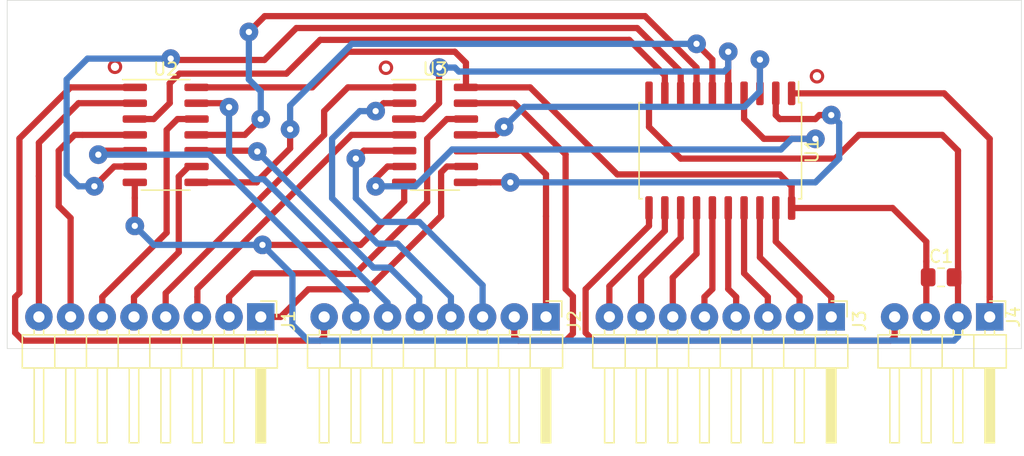
<source format=kicad_pcb>
(kicad_pcb (version 20171130) (host pcbnew "(5.1.8)-1")

  (general
    (thickness 1.6)
    (drawings 7)
    (tracks 282)
    (zones 0)
    (modules 8)
    (nets 37)
  )

  (page A4 portrait)
  (layers
    (0 F.Cu signal)
    (31 B.Cu signal)
    (32 B.Adhes user)
    (33 F.Adhes user)
    (34 B.Paste user)
    (35 F.Paste user)
    (36 B.SilkS user)
    (37 F.SilkS user)
    (38 B.Mask user)
    (39 F.Mask user)
    (40 Dwgs.User user)
    (41 Cmts.User user)
    (42 Eco1.User user)
    (43 Eco2.User user)
    (44 Edge.Cuts user)
    (45 Margin user)
    (46 B.CrtYd user)
    (47 F.CrtYd user)
    (48 B.Fab user)
    (49 F.Fab user)
  )

  (setup
    (last_trace_width 0.5)
    (user_trace_width 0.5)
    (user_trace_width 0.6)
    (user_trace_width 0.8)
    (trace_clearance 0.2)
    (zone_clearance 0.508)
    (zone_45_only no)
    (trace_min 0.2)
    (via_size 1.5)
    (via_drill 0.5)
    (via_min_size 0.4)
    (via_min_drill 0.3)
    (user_via 1.6 0.9)
    (uvia_size 0.3)
    (uvia_drill 0.1)
    (uvias_allowed no)
    (uvia_min_size 0.2)
    (uvia_min_drill 0.1)
    (edge_width 0.05)
    (segment_width 0.2)
    (pcb_text_width 0.3)
    (pcb_text_size 1.5 1.5)
    (mod_edge_width 0.12)
    (mod_text_size 1 1)
    (mod_text_width 0.15)
    (pad_size 1.6 1.6)
    (pad_drill 0.8)
    (pad_to_mask_clearance 0.051)
    (solder_mask_min_width 0.25)
    (aux_axis_origin 0 0)
    (visible_elements 7FFFFFFF)
    (pcbplotparams
      (layerselection 0x00000_fffffffe)
      (usegerberextensions false)
      (usegerberattributes false)
      (usegerberadvancedattributes false)
      (creategerberjobfile false)
      (excludeedgelayer true)
      (linewidth 0.100000)
      (plotframeref false)
      (viasonmask false)
      (mode 1)
      (useauxorigin false)
      (hpglpennumber 1)
      (hpglpenspeed 20)
      (hpglpendiameter 15.000000)
      (psnegative true)
      (psa4output false)
      (plotreference true)
      (plotvalue true)
      (plotinvisibletext false)
      (padsonsilk false)
      (subtractmaskfromsilk false)
      (outputformat 4)
      (mirror true)
      (drillshape 1)
      (scaleselection 1)
      (outputdirectory "pdf/"))
  )

  (net 0 "")
  (net 1 "Net-(J1-Pad8)")
  (net 2 "Net-(J1-Pad7)")
  (net 3 "Net-(J1-Pad6)")
  (net 4 "Net-(J1-Pad5)")
  (net 5 "Net-(J1-Pad4)")
  (net 6 "Net-(J1-Pad3)")
  (net 7 "Net-(J1-Pad2)")
  (net 8 "Net-(J1-Pad1)")
  (net 9 "Net-(J2-Pad8)")
  (net 10 "Net-(J2-Pad7)")
  (net 11 "Net-(J2-Pad6)")
  (net 12 "Net-(J2-Pad5)")
  (net 13 "Net-(J2-Pad4)")
  (net 14 "Net-(J2-Pad3)")
  (net 15 "Net-(J2-Pad2)")
  (net 16 "Net-(J2-Pad1)")
  (net 17 "Net-(J3-Pad8)")
  (net 18 "Net-(J3-Pad7)")
  (net 19 "Net-(J3-Pad6)")
  (net 20 "Net-(J3-Pad5)")
  (net 21 "Net-(J3-Pad4)")
  (net 22 "Net-(J3-Pad3)")
  (net 23 "Net-(J3-Pad2)")
  (net 24 "Net-(J3-Pad1)")
  (net 25 "Net-(J4-Pad4)")
  (net 26 "Net-(J4-Pad1)")
  (net 27 VCC)
  (net 28 GND)
  (net 29 "Net-(U1-Pad2)")
  (net 30 "Net-(U1-Pad3)")
  (net 31 "Net-(U1-Pad4)")
  (net 32 "Net-(U1-Pad5)")
  (net 33 "Net-(U1-Pad6)")
  (net 34 "Net-(U1-Pad7)")
  (net 35 "Net-(U1-Pad8)")
  (net 36 "Net-(U1-Pad9)")

  (net_class Default "This is the default net class."
    (clearance 0.2)
    (trace_width 0.5)
    (via_dia 1.5)
    (via_drill 0.5)
    (uvia_dia 0.3)
    (uvia_drill 0.1)
    (add_net GND)
    (add_net "Net-(J1-Pad1)")
    (add_net "Net-(J1-Pad2)")
    (add_net "Net-(J1-Pad3)")
    (add_net "Net-(J1-Pad4)")
    (add_net "Net-(J1-Pad5)")
    (add_net "Net-(J1-Pad6)")
    (add_net "Net-(J1-Pad7)")
    (add_net "Net-(J1-Pad8)")
    (add_net "Net-(J2-Pad1)")
    (add_net "Net-(J2-Pad2)")
    (add_net "Net-(J2-Pad3)")
    (add_net "Net-(J2-Pad4)")
    (add_net "Net-(J2-Pad5)")
    (add_net "Net-(J2-Pad6)")
    (add_net "Net-(J2-Pad7)")
    (add_net "Net-(J2-Pad8)")
    (add_net "Net-(J3-Pad1)")
    (add_net "Net-(J3-Pad2)")
    (add_net "Net-(J3-Pad3)")
    (add_net "Net-(J3-Pad4)")
    (add_net "Net-(J3-Pad5)")
    (add_net "Net-(J3-Pad6)")
    (add_net "Net-(J3-Pad7)")
    (add_net "Net-(J3-Pad8)")
    (add_net "Net-(J4-Pad1)")
    (add_net "Net-(J4-Pad4)")
    (add_net "Net-(U1-Pad2)")
    (add_net "Net-(U1-Pad3)")
    (add_net "Net-(U1-Pad4)")
    (add_net "Net-(U1-Pad5)")
    (add_net "Net-(U1-Pad6)")
    (add_net "Net-(U1-Pad7)")
    (add_net "Net-(U1-Pad8)")
    (add_net "Net-(U1-Pad9)")
    (add_net VCC)
  )

  (module Connector_PinHeader_2.54mm:PinHeader_1x04_P2.54mm_Horizontal (layer F.Cu) (tedit 59FED5CB) (tstamp 5F500AA8)
    (at 139.7 64.135 270)
    (descr "Through hole angled pin header, 1x04, 2.54mm pitch, 6mm pin length, single row")
    (tags "Through hole angled pin header THT 1x04 2.54mm single row")
    (path /5F50268E)
    (fp_text reference J4 (at 0 -1.905 90) (layer F.SilkS)
      (effects (font (size 1 1) (thickness 0.15)))
    )
    (fp_text value Conn_01x04_Male (at 4.385 9.89 90) (layer F.Fab)
      (effects (font (size 1 1) (thickness 0.15)))
    )
    (fp_line (start 10.55 -1.8) (end -1.8 -1.8) (layer F.CrtYd) (width 0.05))
    (fp_line (start 10.55 9.4) (end 10.55 -1.8) (layer F.CrtYd) (width 0.05))
    (fp_line (start -1.8 9.4) (end 10.55 9.4) (layer F.CrtYd) (width 0.05))
    (fp_line (start -1.8 -1.8) (end -1.8 9.4) (layer F.CrtYd) (width 0.05))
    (fp_line (start -1.27 -1.27) (end 0 -1.27) (layer F.SilkS) (width 0.12))
    (fp_line (start -1.27 0) (end -1.27 -1.27) (layer F.SilkS) (width 0.12))
    (fp_line (start 1.042929 8) (end 1.44 8) (layer F.SilkS) (width 0.12))
    (fp_line (start 1.042929 7.24) (end 1.44 7.24) (layer F.SilkS) (width 0.12))
    (fp_line (start 10.1 8) (end 4.1 8) (layer F.SilkS) (width 0.12))
    (fp_line (start 10.1 7.24) (end 10.1 8) (layer F.SilkS) (width 0.12))
    (fp_line (start 4.1 7.24) (end 10.1 7.24) (layer F.SilkS) (width 0.12))
    (fp_line (start 1.44 6.35) (end 4.1 6.35) (layer F.SilkS) (width 0.12))
    (fp_line (start 1.042929 5.46) (end 1.44 5.46) (layer F.SilkS) (width 0.12))
    (fp_line (start 1.042929 4.7) (end 1.44 4.7) (layer F.SilkS) (width 0.12))
    (fp_line (start 10.1 5.46) (end 4.1 5.46) (layer F.SilkS) (width 0.12))
    (fp_line (start 10.1 4.7) (end 10.1 5.46) (layer F.SilkS) (width 0.12))
    (fp_line (start 4.1 4.7) (end 10.1 4.7) (layer F.SilkS) (width 0.12))
    (fp_line (start 1.44 3.81) (end 4.1 3.81) (layer F.SilkS) (width 0.12))
    (fp_line (start 1.042929 2.92) (end 1.44 2.92) (layer F.SilkS) (width 0.12))
    (fp_line (start 1.042929 2.16) (end 1.44 2.16) (layer F.SilkS) (width 0.12))
    (fp_line (start 10.1 2.92) (end 4.1 2.92) (layer F.SilkS) (width 0.12))
    (fp_line (start 10.1 2.16) (end 10.1 2.92) (layer F.SilkS) (width 0.12))
    (fp_line (start 4.1 2.16) (end 10.1 2.16) (layer F.SilkS) (width 0.12))
    (fp_line (start 1.44 1.27) (end 4.1 1.27) (layer F.SilkS) (width 0.12))
    (fp_line (start 1.11 0.38) (end 1.44 0.38) (layer F.SilkS) (width 0.12))
    (fp_line (start 1.11 -0.38) (end 1.44 -0.38) (layer F.SilkS) (width 0.12))
    (fp_line (start 4.1 0.28) (end 10.1 0.28) (layer F.SilkS) (width 0.12))
    (fp_line (start 4.1 0.16) (end 10.1 0.16) (layer F.SilkS) (width 0.12))
    (fp_line (start 4.1 0.04) (end 10.1 0.04) (layer F.SilkS) (width 0.12))
    (fp_line (start 4.1 -0.08) (end 10.1 -0.08) (layer F.SilkS) (width 0.12))
    (fp_line (start 4.1 -0.2) (end 10.1 -0.2) (layer F.SilkS) (width 0.12))
    (fp_line (start 4.1 -0.32) (end 10.1 -0.32) (layer F.SilkS) (width 0.12))
    (fp_line (start 10.1 0.38) (end 4.1 0.38) (layer F.SilkS) (width 0.12))
    (fp_line (start 10.1 -0.38) (end 10.1 0.38) (layer F.SilkS) (width 0.12))
    (fp_line (start 4.1 -0.38) (end 10.1 -0.38) (layer F.SilkS) (width 0.12))
    (fp_line (start 4.1 -1.33) (end 1.44 -1.33) (layer F.SilkS) (width 0.12))
    (fp_line (start 4.1 8.95) (end 4.1 -1.33) (layer F.SilkS) (width 0.12))
    (fp_line (start 1.44 8.95) (end 4.1 8.95) (layer F.SilkS) (width 0.12))
    (fp_line (start 1.44 -1.33) (end 1.44 8.95) (layer F.SilkS) (width 0.12))
    (fp_line (start 4.04 7.94) (end 10.04 7.94) (layer F.Fab) (width 0.1))
    (fp_line (start 10.04 7.3) (end 10.04 7.94) (layer F.Fab) (width 0.1))
    (fp_line (start 4.04 7.3) (end 10.04 7.3) (layer F.Fab) (width 0.1))
    (fp_line (start -0.32 7.94) (end 1.5 7.94) (layer F.Fab) (width 0.1))
    (fp_line (start -0.32 7.3) (end -0.32 7.94) (layer F.Fab) (width 0.1))
    (fp_line (start -0.32 7.3) (end 1.5 7.3) (layer F.Fab) (width 0.1))
    (fp_line (start 4.04 5.4) (end 10.04 5.4) (layer F.Fab) (width 0.1))
    (fp_line (start 10.04 4.76) (end 10.04 5.4) (layer F.Fab) (width 0.1))
    (fp_line (start 4.04 4.76) (end 10.04 4.76) (layer F.Fab) (width 0.1))
    (fp_line (start -0.32 5.4) (end 1.5 5.4) (layer F.Fab) (width 0.1))
    (fp_line (start -0.32 4.76) (end -0.32 5.4) (layer F.Fab) (width 0.1))
    (fp_line (start -0.32 4.76) (end 1.5 4.76) (layer F.Fab) (width 0.1))
    (fp_line (start 4.04 2.86) (end 10.04 2.86) (layer F.Fab) (width 0.1))
    (fp_line (start 10.04 2.22) (end 10.04 2.86) (layer F.Fab) (width 0.1))
    (fp_line (start 4.04 2.22) (end 10.04 2.22) (layer F.Fab) (width 0.1))
    (fp_line (start -0.32 2.86) (end 1.5 2.86) (layer F.Fab) (width 0.1))
    (fp_line (start -0.32 2.22) (end -0.32 2.86) (layer F.Fab) (width 0.1))
    (fp_line (start -0.32 2.22) (end 1.5 2.22) (layer F.Fab) (width 0.1))
    (fp_line (start 4.04 0.32) (end 10.04 0.32) (layer F.Fab) (width 0.1))
    (fp_line (start 10.04 -0.32) (end 10.04 0.32) (layer F.Fab) (width 0.1))
    (fp_line (start 4.04 -0.32) (end 10.04 -0.32) (layer F.Fab) (width 0.1))
    (fp_line (start -0.32 0.32) (end 1.5 0.32) (layer F.Fab) (width 0.1))
    (fp_line (start -0.32 -0.32) (end -0.32 0.32) (layer F.Fab) (width 0.1))
    (fp_line (start -0.32 -0.32) (end 1.5 -0.32) (layer F.Fab) (width 0.1))
    (fp_line (start 1.5 -0.635) (end 2.135 -1.27) (layer F.Fab) (width 0.1))
    (fp_line (start 1.5 8.89) (end 1.5 -0.635) (layer F.Fab) (width 0.1))
    (fp_line (start 4.04 8.89) (end 1.5 8.89) (layer F.Fab) (width 0.1))
    (fp_line (start 4.04 -1.27) (end 4.04 8.89) (layer F.Fab) (width 0.1))
    (fp_line (start 2.135 -1.27) (end 4.04 -1.27) (layer F.Fab) (width 0.1))
    (fp_text user %R (at 2.77 3.81) (layer F.Fab)
      (effects (font (size 1 1) (thickness 0.15)))
    )
    (pad 4 thru_hole oval (at 0 7.62 270) (size 2.2 2.2) (drill 0.9) (layers *.Cu *.Mask)
      (net 25 "Net-(J4-Pad4)"))
    (pad 3 thru_hole oval (at 0 5.08 270) (size 2.2 2.2) (drill 0.9) (layers *.Cu *.Mask)
      (net 27 VCC))
    (pad 2 thru_hole oval (at 0 2.54 270) (size 2.2 2.2) (drill 0.9) (layers *.Cu *.Mask)
      (net 28 GND))
    (pad 1 thru_hole rect (at 0 0 270) (size 2.2 2.2) (drill 0.9) (layers *.Cu *.Mask)
      (net 26 "Net-(J4-Pad1)"))
    (model ${KISYS3DMOD}/Connector_PinHeader_2.54mm.3dshapes/PinHeader_1x04_P2.54mm_Horizontal.wrl
      (at (xyz 0 0 0))
      (scale (xyz 1 1 1))
      (rotate (xyz 0 0 0))
    )
  )

  (module Connector_PinHeader_2.54mm:PinHeader_1x08_P2.54mm_Horizontal (layer F.Cu) (tedit 59FED5CB) (tstamp 5F500A5B)
    (at 127 64.135 270)
    (descr "Through hole angled pin header, 1x08, 2.54mm pitch, 6mm pin length, single row")
    (tags "Through hole angled pin header THT 1x08 2.54mm single row")
    (path /5F502016)
    (fp_text reference J3 (at 0.3175 -2.27 90) (layer F.SilkS)
      (effects (font (size 1 1) (thickness 0.15)))
    )
    (fp_text value Conn_01x08_Male (at 4.385 20.05 90) (layer F.Fab)
      (effects (font (size 1 1) (thickness 0.15)))
    )
    (fp_line (start 10.55 -1.8) (end -1.8 -1.8) (layer F.CrtYd) (width 0.05))
    (fp_line (start 10.55 19.55) (end 10.55 -1.8) (layer F.CrtYd) (width 0.05))
    (fp_line (start -1.8 19.55) (end 10.55 19.55) (layer F.CrtYd) (width 0.05))
    (fp_line (start -1.8 -1.8) (end -1.8 19.55) (layer F.CrtYd) (width 0.05))
    (fp_line (start -1.27 -1.27) (end 0 -1.27) (layer F.SilkS) (width 0.12))
    (fp_line (start -1.27 0) (end -1.27 -1.27) (layer F.SilkS) (width 0.12))
    (fp_line (start 1.042929 18.16) (end 1.44 18.16) (layer F.SilkS) (width 0.12))
    (fp_line (start 1.042929 17.4) (end 1.44 17.4) (layer F.SilkS) (width 0.12))
    (fp_line (start 10.1 18.16) (end 4.1 18.16) (layer F.SilkS) (width 0.12))
    (fp_line (start 10.1 17.4) (end 10.1 18.16) (layer F.SilkS) (width 0.12))
    (fp_line (start 4.1 17.4) (end 10.1 17.4) (layer F.SilkS) (width 0.12))
    (fp_line (start 1.44 16.51) (end 4.1 16.51) (layer F.SilkS) (width 0.12))
    (fp_line (start 1.042929 15.62) (end 1.44 15.62) (layer F.SilkS) (width 0.12))
    (fp_line (start 1.042929 14.86) (end 1.44 14.86) (layer F.SilkS) (width 0.12))
    (fp_line (start 10.1 15.62) (end 4.1 15.62) (layer F.SilkS) (width 0.12))
    (fp_line (start 10.1 14.86) (end 10.1 15.62) (layer F.SilkS) (width 0.12))
    (fp_line (start 4.1 14.86) (end 10.1 14.86) (layer F.SilkS) (width 0.12))
    (fp_line (start 1.44 13.97) (end 4.1 13.97) (layer F.SilkS) (width 0.12))
    (fp_line (start 1.042929 13.08) (end 1.44 13.08) (layer F.SilkS) (width 0.12))
    (fp_line (start 1.042929 12.32) (end 1.44 12.32) (layer F.SilkS) (width 0.12))
    (fp_line (start 10.1 13.08) (end 4.1 13.08) (layer F.SilkS) (width 0.12))
    (fp_line (start 10.1 12.32) (end 10.1 13.08) (layer F.SilkS) (width 0.12))
    (fp_line (start 4.1 12.32) (end 10.1 12.32) (layer F.SilkS) (width 0.12))
    (fp_line (start 1.44 11.43) (end 4.1 11.43) (layer F.SilkS) (width 0.12))
    (fp_line (start 1.042929 10.54) (end 1.44 10.54) (layer F.SilkS) (width 0.12))
    (fp_line (start 1.042929 9.78) (end 1.44 9.78) (layer F.SilkS) (width 0.12))
    (fp_line (start 10.1 10.54) (end 4.1 10.54) (layer F.SilkS) (width 0.12))
    (fp_line (start 10.1 9.78) (end 10.1 10.54) (layer F.SilkS) (width 0.12))
    (fp_line (start 4.1 9.78) (end 10.1 9.78) (layer F.SilkS) (width 0.12))
    (fp_line (start 1.44 8.89) (end 4.1 8.89) (layer F.SilkS) (width 0.12))
    (fp_line (start 1.042929 8) (end 1.44 8) (layer F.SilkS) (width 0.12))
    (fp_line (start 1.042929 7.24) (end 1.44 7.24) (layer F.SilkS) (width 0.12))
    (fp_line (start 10.1 8) (end 4.1 8) (layer F.SilkS) (width 0.12))
    (fp_line (start 10.1 7.24) (end 10.1 8) (layer F.SilkS) (width 0.12))
    (fp_line (start 4.1 7.24) (end 10.1 7.24) (layer F.SilkS) (width 0.12))
    (fp_line (start 1.44 6.35) (end 4.1 6.35) (layer F.SilkS) (width 0.12))
    (fp_line (start 1.042929 5.46) (end 1.44 5.46) (layer F.SilkS) (width 0.12))
    (fp_line (start 1.042929 4.7) (end 1.44 4.7) (layer F.SilkS) (width 0.12))
    (fp_line (start 10.1 5.46) (end 4.1 5.46) (layer F.SilkS) (width 0.12))
    (fp_line (start 10.1 4.7) (end 10.1 5.46) (layer F.SilkS) (width 0.12))
    (fp_line (start 4.1 4.7) (end 10.1 4.7) (layer F.SilkS) (width 0.12))
    (fp_line (start 1.44 3.81) (end 4.1 3.81) (layer F.SilkS) (width 0.12))
    (fp_line (start 1.042929 2.92) (end 1.44 2.92) (layer F.SilkS) (width 0.12))
    (fp_line (start 1.042929 2.16) (end 1.44 2.16) (layer F.SilkS) (width 0.12))
    (fp_line (start 10.1 2.92) (end 4.1 2.92) (layer F.SilkS) (width 0.12))
    (fp_line (start 10.1 2.16) (end 10.1 2.92) (layer F.SilkS) (width 0.12))
    (fp_line (start 4.1 2.16) (end 10.1 2.16) (layer F.SilkS) (width 0.12))
    (fp_line (start 1.44 1.27) (end 4.1 1.27) (layer F.SilkS) (width 0.12))
    (fp_line (start 1.11 0.38) (end 1.44 0.38) (layer F.SilkS) (width 0.12))
    (fp_line (start 1.11 -0.38) (end 1.44 -0.38) (layer F.SilkS) (width 0.12))
    (fp_line (start 4.1 0.28) (end 10.1 0.28) (layer F.SilkS) (width 0.12))
    (fp_line (start 4.1 0.16) (end 10.1 0.16) (layer F.SilkS) (width 0.12))
    (fp_line (start 4.1 0.04) (end 10.1 0.04) (layer F.SilkS) (width 0.12))
    (fp_line (start 4.1 -0.08) (end 10.1 -0.08) (layer F.SilkS) (width 0.12))
    (fp_line (start 4.1 -0.2) (end 10.1 -0.2) (layer F.SilkS) (width 0.12))
    (fp_line (start 4.1 -0.32) (end 10.1 -0.32) (layer F.SilkS) (width 0.12))
    (fp_line (start 10.1 0.38) (end 4.1 0.38) (layer F.SilkS) (width 0.12))
    (fp_line (start 10.1 -0.38) (end 10.1 0.38) (layer F.SilkS) (width 0.12))
    (fp_line (start 4.1 -0.38) (end 10.1 -0.38) (layer F.SilkS) (width 0.12))
    (fp_line (start 4.1 -1.33) (end 1.44 -1.33) (layer F.SilkS) (width 0.12))
    (fp_line (start 4.1 19.11) (end 4.1 -1.33) (layer F.SilkS) (width 0.12))
    (fp_line (start 1.44 19.11) (end 4.1 19.11) (layer F.SilkS) (width 0.12))
    (fp_line (start 1.44 -1.33) (end 1.44 19.11) (layer F.SilkS) (width 0.12))
    (fp_line (start 4.04 18.1) (end 10.04 18.1) (layer F.Fab) (width 0.1))
    (fp_line (start 10.04 17.46) (end 10.04 18.1) (layer F.Fab) (width 0.1))
    (fp_line (start 4.04 17.46) (end 10.04 17.46) (layer F.Fab) (width 0.1))
    (fp_line (start -0.32 18.1) (end 1.5 18.1) (layer F.Fab) (width 0.1))
    (fp_line (start -0.32 17.46) (end -0.32 18.1) (layer F.Fab) (width 0.1))
    (fp_line (start -0.32 17.46) (end 1.5 17.46) (layer F.Fab) (width 0.1))
    (fp_line (start 4.04 15.56) (end 10.04 15.56) (layer F.Fab) (width 0.1))
    (fp_line (start 10.04 14.92) (end 10.04 15.56) (layer F.Fab) (width 0.1))
    (fp_line (start 4.04 14.92) (end 10.04 14.92) (layer F.Fab) (width 0.1))
    (fp_line (start -0.32 15.56) (end 1.5 15.56) (layer F.Fab) (width 0.1))
    (fp_line (start -0.32 14.92) (end -0.32 15.56) (layer F.Fab) (width 0.1))
    (fp_line (start -0.32 14.92) (end 1.5 14.92) (layer F.Fab) (width 0.1))
    (fp_line (start 4.04 13.02) (end 10.04 13.02) (layer F.Fab) (width 0.1))
    (fp_line (start 10.04 12.38) (end 10.04 13.02) (layer F.Fab) (width 0.1))
    (fp_line (start 4.04 12.38) (end 10.04 12.38) (layer F.Fab) (width 0.1))
    (fp_line (start -0.32 13.02) (end 1.5 13.02) (layer F.Fab) (width 0.1))
    (fp_line (start -0.32 12.38) (end -0.32 13.02) (layer F.Fab) (width 0.1))
    (fp_line (start -0.32 12.38) (end 1.5 12.38) (layer F.Fab) (width 0.1))
    (fp_line (start 4.04 10.48) (end 10.04 10.48) (layer F.Fab) (width 0.1))
    (fp_line (start 10.04 9.84) (end 10.04 10.48) (layer F.Fab) (width 0.1))
    (fp_line (start 4.04 9.84) (end 10.04 9.84) (layer F.Fab) (width 0.1))
    (fp_line (start -0.32 10.48) (end 1.5 10.48) (layer F.Fab) (width 0.1))
    (fp_line (start -0.32 9.84) (end -0.32 10.48) (layer F.Fab) (width 0.1))
    (fp_line (start -0.32 9.84) (end 1.5 9.84) (layer F.Fab) (width 0.1))
    (fp_line (start 4.04 7.94) (end 10.04 7.94) (layer F.Fab) (width 0.1))
    (fp_line (start 10.04 7.3) (end 10.04 7.94) (layer F.Fab) (width 0.1))
    (fp_line (start 4.04 7.3) (end 10.04 7.3) (layer F.Fab) (width 0.1))
    (fp_line (start -0.32 7.94) (end 1.5 7.94) (layer F.Fab) (width 0.1))
    (fp_line (start -0.32 7.3) (end -0.32 7.94) (layer F.Fab) (width 0.1))
    (fp_line (start -0.32 7.3) (end 1.5 7.3) (layer F.Fab) (width 0.1))
    (fp_line (start 4.04 5.4) (end 10.04 5.4) (layer F.Fab) (width 0.1))
    (fp_line (start 10.04 4.76) (end 10.04 5.4) (layer F.Fab) (width 0.1))
    (fp_line (start 4.04 4.76) (end 10.04 4.76) (layer F.Fab) (width 0.1))
    (fp_line (start -0.32 5.4) (end 1.5 5.4) (layer F.Fab) (width 0.1))
    (fp_line (start -0.32 4.76) (end -0.32 5.4) (layer F.Fab) (width 0.1))
    (fp_line (start -0.32 4.76) (end 1.5 4.76) (layer F.Fab) (width 0.1))
    (fp_line (start 4.04 2.86) (end 10.04 2.86) (layer F.Fab) (width 0.1))
    (fp_line (start 10.04 2.22) (end 10.04 2.86) (layer F.Fab) (width 0.1))
    (fp_line (start 4.04 2.22) (end 10.04 2.22) (layer F.Fab) (width 0.1))
    (fp_line (start -0.32 2.86) (end 1.5 2.86) (layer F.Fab) (width 0.1))
    (fp_line (start -0.32 2.22) (end -0.32 2.86) (layer F.Fab) (width 0.1))
    (fp_line (start -0.32 2.22) (end 1.5 2.22) (layer F.Fab) (width 0.1))
    (fp_line (start 4.04 0.32) (end 10.04 0.32) (layer F.Fab) (width 0.1))
    (fp_line (start 10.04 -0.32) (end 10.04 0.32) (layer F.Fab) (width 0.1))
    (fp_line (start 4.04 -0.32) (end 10.04 -0.32) (layer F.Fab) (width 0.1))
    (fp_line (start -0.32 0.32) (end 1.5 0.32) (layer F.Fab) (width 0.1))
    (fp_line (start -0.32 -0.32) (end -0.32 0.32) (layer F.Fab) (width 0.1))
    (fp_line (start -0.32 -0.32) (end 1.5 -0.32) (layer F.Fab) (width 0.1))
    (fp_line (start 1.5 -0.635) (end 2.135 -1.27) (layer F.Fab) (width 0.1))
    (fp_line (start 1.5 19.05) (end 1.5 -0.635) (layer F.Fab) (width 0.1))
    (fp_line (start 4.04 19.05) (end 1.5 19.05) (layer F.Fab) (width 0.1))
    (fp_line (start 4.04 -1.27) (end 4.04 19.05) (layer F.Fab) (width 0.1))
    (fp_line (start 2.135 -1.27) (end 4.04 -1.27) (layer F.Fab) (width 0.1))
    (fp_text user %R (at 2.77 8.89) (layer F.Fab)
      (effects (font (size 1 1) (thickness 0.15)))
    )
    (pad 8 thru_hole oval (at 0 17.78 270) (size 2.2 2.2) (drill 0.9) (layers *.Cu *.Mask)
      (net 17 "Net-(J3-Pad8)"))
    (pad 7 thru_hole oval (at 0 15.24 270) (size 2.2 2.2) (drill 0.9) (layers *.Cu *.Mask)
      (net 18 "Net-(J3-Pad7)"))
    (pad 6 thru_hole oval (at 0 12.7 270) (size 2.2 2.2) (drill 0.9) (layers *.Cu *.Mask)
      (net 19 "Net-(J3-Pad6)"))
    (pad 5 thru_hole oval (at 0 10.16 270) (size 2.2 2.2) (drill 0.9) (layers *.Cu *.Mask)
      (net 20 "Net-(J3-Pad5)"))
    (pad 4 thru_hole oval (at 0 7.62 270) (size 2.2 2.2) (drill 0.9) (layers *.Cu *.Mask)
      (net 21 "Net-(J3-Pad4)"))
    (pad 3 thru_hole oval (at 0 5.08 270) (size 2.2 2.2) (drill 0.9) (layers *.Cu *.Mask)
      (net 22 "Net-(J3-Pad3)"))
    (pad 2 thru_hole oval (at 0 2.54 270) (size 2.2 2.2) (drill 0.9) (layers *.Cu *.Mask)
      (net 23 "Net-(J3-Pad2)"))
    (pad 1 thru_hole rect (at 0 0 270) (size 2.2 2.2) (drill 0.9) (layers *.Cu *.Mask)
      (net 24 "Net-(J3-Pad1)"))
    (model ${KISYS3DMOD}/Connector_PinHeader_2.54mm.3dshapes/PinHeader_1x08_P2.54mm_Horizontal.wrl
      (at (xyz 0 0 0))
      (scale (xyz 1 1 1))
      (rotate (xyz 0 0 0))
    )
  )

  (module Connector_PinHeader_2.54mm:PinHeader_1x08_P2.54mm_Horizontal (layer F.Cu) (tedit 59FED5CB) (tstamp 5F5009DA)
    (at 104.14 64.135 270)
    (descr "Through hole angled pin header, 1x08, 2.54mm pitch, 6mm pin length, single row")
    (tags "Through hole angled pin header THT 1x08 2.54mm single row")
    (path /5F5016B1)
    (fp_text reference J2 (at 0.3175 -2.27 90) (layer F.SilkS)
      (effects (font (size 1 1) (thickness 0.15)))
    )
    (fp_text value Conn_01x08_Male (at 4.385 20.05 90) (layer F.Fab)
      (effects (font (size 1 1) (thickness 0.15)))
    )
    (fp_line (start 10.55 -1.8) (end -1.8 -1.8) (layer F.CrtYd) (width 0.05))
    (fp_line (start 10.55 19.55) (end 10.55 -1.8) (layer F.CrtYd) (width 0.05))
    (fp_line (start -1.8 19.55) (end 10.55 19.55) (layer F.CrtYd) (width 0.05))
    (fp_line (start -1.8 -1.8) (end -1.8 19.55) (layer F.CrtYd) (width 0.05))
    (fp_line (start -1.27 -1.27) (end 0 -1.27) (layer F.SilkS) (width 0.12))
    (fp_line (start -1.27 0) (end -1.27 -1.27) (layer F.SilkS) (width 0.12))
    (fp_line (start 1.042929 18.16) (end 1.44 18.16) (layer F.SilkS) (width 0.12))
    (fp_line (start 1.042929 17.4) (end 1.44 17.4) (layer F.SilkS) (width 0.12))
    (fp_line (start 10.1 18.16) (end 4.1 18.16) (layer F.SilkS) (width 0.12))
    (fp_line (start 10.1 17.4) (end 10.1 18.16) (layer F.SilkS) (width 0.12))
    (fp_line (start 4.1 17.4) (end 10.1 17.4) (layer F.SilkS) (width 0.12))
    (fp_line (start 1.44 16.51) (end 4.1 16.51) (layer F.SilkS) (width 0.12))
    (fp_line (start 1.042929 15.62) (end 1.44 15.62) (layer F.SilkS) (width 0.12))
    (fp_line (start 1.042929 14.86) (end 1.44 14.86) (layer F.SilkS) (width 0.12))
    (fp_line (start 10.1 15.62) (end 4.1 15.62) (layer F.SilkS) (width 0.12))
    (fp_line (start 10.1 14.86) (end 10.1 15.62) (layer F.SilkS) (width 0.12))
    (fp_line (start 4.1 14.86) (end 10.1 14.86) (layer F.SilkS) (width 0.12))
    (fp_line (start 1.44 13.97) (end 4.1 13.97) (layer F.SilkS) (width 0.12))
    (fp_line (start 1.042929 13.08) (end 1.44 13.08) (layer F.SilkS) (width 0.12))
    (fp_line (start 1.042929 12.32) (end 1.44 12.32) (layer F.SilkS) (width 0.12))
    (fp_line (start 10.1 13.08) (end 4.1 13.08) (layer F.SilkS) (width 0.12))
    (fp_line (start 10.1 12.32) (end 10.1 13.08) (layer F.SilkS) (width 0.12))
    (fp_line (start 4.1 12.32) (end 10.1 12.32) (layer F.SilkS) (width 0.12))
    (fp_line (start 1.44 11.43) (end 4.1 11.43) (layer F.SilkS) (width 0.12))
    (fp_line (start 1.042929 10.54) (end 1.44 10.54) (layer F.SilkS) (width 0.12))
    (fp_line (start 1.042929 9.78) (end 1.44 9.78) (layer F.SilkS) (width 0.12))
    (fp_line (start 10.1 10.54) (end 4.1 10.54) (layer F.SilkS) (width 0.12))
    (fp_line (start 10.1 9.78) (end 10.1 10.54) (layer F.SilkS) (width 0.12))
    (fp_line (start 4.1 9.78) (end 10.1 9.78) (layer F.SilkS) (width 0.12))
    (fp_line (start 1.44 8.89) (end 4.1 8.89) (layer F.SilkS) (width 0.12))
    (fp_line (start 1.042929 8) (end 1.44 8) (layer F.SilkS) (width 0.12))
    (fp_line (start 1.042929 7.24) (end 1.44 7.24) (layer F.SilkS) (width 0.12))
    (fp_line (start 10.1 8) (end 4.1 8) (layer F.SilkS) (width 0.12))
    (fp_line (start 10.1 7.24) (end 10.1 8) (layer F.SilkS) (width 0.12))
    (fp_line (start 4.1 7.24) (end 10.1 7.24) (layer F.SilkS) (width 0.12))
    (fp_line (start 1.44 6.35) (end 4.1 6.35) (layer F.SilkS) (width 0.12))
    (fp_line (start 1.042929 5.46) (end 1.44 5.46) (layer F.SilkS) (width 0.12))
    (fp_line (start 1.042929 4.7) (end 1.44 4.7) (layer F.SilkS) (width 0.12))
    (fp_line (start 10.1 5.46) (end 4.1 5.46) (layer F.SilkS) (width 0.12))
    (fp_line (start 10.1 4.7) (end 10.1 5.46) (layer F.SilkS) (width 0.12))
    (fp_line (start 4.1 4.7) (end 10.1 4.7) (layer F.SilkS) (width 0.12))
    (fp_line (start 1.44 3.81) (end 4.1 3.81) (layer F.SilkS) (width 0.12))
    (fp_line (start 1.042929 2.92) (end 1.44 2.92) (layer F.SilkS) (width 0.12))
    (fp_line (start 1.042929 2.16) (end 1.44 2.16) (layer F.SilkS) (width 0.12))
    (fp_line (start 10.1 2.92) (end 4.1 2.92) (layer F.SilkS) (width 0.12))
    (fp_line (start 10.1 2.16) (end 10.1 2.92) (layer F.SilkS) (width 0.12))
    (fp_line (start 4.1 2.16) (end 10.1 2.16) (layer F.SilkS) (width 0.12))
    (fp_line (start 1.44 1.27) (end 4.1 1.27) (layer F.SilkS) (width 0.12))
    (fp_line (start 1.11 0.38) (end 1.44 0.38) (layer F.SilkS) (width 0.12))
    (fp_line (start 1.11 -0.38) (end 1.44 -0.38) (layer F.SilkS) (width 0.12))
    (fp_line (start 4.1 0.28) (end 10.1 0.28) (layer F.SilkS) (width 0.12))
    (fp_line (start 4.1 0.16) (end 10.1 0.16) (layer F.SilkS) (width 0.12))
    (fp_line (start 4.1 0.04) (end 10.1 0.04) (layer F.SilkS) (width 0.12))
    (fp_line (start 4.1 -0.08) (end 10.1 -0.08) (layer F.SilkS) (width 0.12))
    (fp_line (start 4.1 -0.2) (end 10.1 -0.2) (layer F.SilkS) (width 0.12))
    (fp_line (start 4.1 -0.32) (end 10.1 -0.32) (layer F.SilkS) (width 0.12))
    (fp_line (start 10.1 0.38) (end 4.1 0.38) (layer F.SilkS) (width 0.12))
    (fp_line (start 10.1 -0.38) (end 10.1 0.38) (layer F.SilkS) (width 0.12))
    (fp_line (start 4.1 -0.38) (end 10.1 -0.38) (layer F.SilkS) (width 0.12))
    (fp_line (start 4.1 -1.33) (end 1.44 -1.33) (layer F.SilkS) (width 0.12))
    (fp_line (start 4.1 19.11) (end 4.1 -1.33) (layer F.SilkS) (width 0.12))
    (fp_line (start 1.44 19.11) (end 4.1 19.11) (layer F.SilkS) (width 0.12))
    (fp_line (start 1.44 -1.33) (end 1.44 19.11) (layer F.SilkS) (width 0.12))
    (fp_line (start 4.04 18.1) (end 10.04 18.1) (layer F.Fab) (width 0.1))
    (fp_line (start 10.04 17.46) (end 10.04 18.1) (layer F.Fab) (width 0.1))
    (fp_line (start 4.04 17.46) (end 10.04 17.46) (layer F.Fab) (width 0.1))
    (fp_line (start -0.32 18.1) (end 1.5 18.1) (layer F.Fab) (width 0.1))
    (fp_line (start -0.32 17.46) (end -0.32 18.1) (layer F.Fab) (width 0.1))
    (fp_line (start -0.32 17.46) (end 1.5 17.46) (layer F.Fab) (width 0.1))
    (fp_line (start 4.04 15.56) (end 10.04 15.56) (layer F.Fab) (width 0.1))
    (fp_line (start 10.04 14.92) (end 10.04 15.56) (layer F.Fab) (width 0.1))
    (fp_line (start 4.04 14.92) (end 10.04 14.92) (layer F.Fab) (width 0.1))
    (fp_line (start -0.32 15.56) (end 1.5 15.56) (layer F.Fab) (width 0.1))
    (fp_line (start -0.32 14.92) (end -0.32 15.56) (layer F.Fab) (width 0.1))
    (fp_line (start -0.32 14.92) (end 1.5 14.92) (layer F.Fab) (width 0.1))
    (fp_line (start 4.04 13.02) (end 10.04 13.02) (layer F.Fab) (width 0.1))
    (fp_line (start 10.04 12.38) (end 10.04 13.02) (layer F.Fab) (width 0.1))
    (fp_line (start 4.04 12.38) (end 10.04 12.38) (layer F.Fab) (width 0.1))
    (fp_line (start -0.32 13.02) (end 1.5 13.02) (layer F.Fab) (width 0.1))
    (fp_line (start -0.32 12.38) (end -0.32 13.02) (layer F.Fab) (width 0.1))
    (fp_line (start -0.32 12.38) (end 1.5 12.38) (layer F.Fab) (width 0.1))
    (fp_line (start 4.04 10.48) (end 10.04 10.48) (layer F.Fab) (width 0.1))
    (fp_line (start 10.04 9.84) (end 10.04 10.48) (layer F.Fab) (width 0.1))
    (fp_line (start 4.04 9.84) (end 10.04 9.84) (layer F.Fab) (width 0.1))
    (fp_line (start -0.32 10.48) (end 1.5 10.48) (layer F.Fab) (width 0.1))
    (fp_line (start -0.32 9.84) (end -0.32 10.48) (layer F.Fab) (width 0.1))
    (fp_line (start -0.32 9.84) (end 1.5 9.84) (layer F.Fab) (width 0.1))
    (fp_line (start 4.04 7.94) (end 10.04 7.94) (layer F.Fab) (width 0.1))
    (fp_line (start 10.04 7.3) (end 10.04 7.94) (layer F.Fab) (width 0.1))
    (fp_line (start 4.04 7.3) (end 10.04 7.3) (layer F.Fab) (width 0.1))
    (fp_line (start -0.32 7.94) (end 1.5 7.94) (layer F.Fab) (width 0.1))
    (fp_line (start -0.32 7.3) (end -0.32 7.94) (layer F.Fab) (width 0.1))
    (fp_line (start -0.32 7.3) (end 1.5 7.3) (layer F.Fab) (width 0.1))
    (fp_line (start 4.04 5.4) (end 10.04 5.4) (layer F.Fab) (width 0.1))
    (fp_line (start 10.04 4.76) (end 10.04 5.4) (layer F.Fab) (width 0.1))
    (fp_line (start 4.04 4.76) (end 10.04 4.76) (layer F.Fab) (width 0.1))
    (fp_line (start -0.32 5.4) (end 1.5 5.4) (layer F.Fab) (width 0.1))
    (fp_line (start -0.32 4.76) (end -0.32 5.4) (layer F.Fab) (width 0.1))
    (fp_line (start -0.32 4.76) (end 1.5 4.76) (layer F.Fab) (width 0.1))
    (fp_line (start 4.04 2.86) (end 10.04 2.86) (layer F.Fab) (width 0.1))
    (fp_line (start 10.04 2.22) (end 10.04 2.86) (layer F.Fab) (width 0.1))
    (fp_line (start 4.04 2.22) (end 10.04 2.22) (layer F.Fab) (width 0.1))
    (fp_line (start -0.32 2.86) (end 1.5 2.86) (layer F.Fab) (width 0.1))
    (fp_line (start -0.32 2.22) (end -0.32 2.86) (layer F.Fab) (width 0.1))
    (fp_line (start -0.32 2.22) (end 1.5 2.22) (layer F.Fab) (width 0.1))
    (fp_line (start 4.04 0.32) (end 10.04 0.32) (layer F.Fab) (width 0.1))
    (fp_line (start 10.04 -0.32) (end 10.04 0.32) (layer F.Fab) (width 0.1))
    (fp_line (start 4.04 -0.32) (end 10.04 -0.32) (layer F.Fab) (width 0.1))
    (fp_line (start -0.32 0.32) (end 1.5 0.32) (layer F.Fab) (width 0.1))
    (fp_line (start -0.32 -0.32) (end -0.32 0.32) (layer F.Fab) (width 0.1))
    (fp_line (start -0.32 -0.32) (end 1.5 -0.32) (layer F.Fab) (width 0.1))
    (fp_line (start 1.5 -0.635) (end 2.135 -1.27) (layer F.Fab) (width 0.1))
    (fp_line (start 1.5 19.05) (end 1.5 -0.635) (layer F.Fab) (width 0.1))
    (fp_line (start 4.04 19.05) (end 1.5 19.05) (layer F.Fab) (width 0.1))
    (fp_line (start 4.04 -1.27) (end 4.04 19.05) (layer F.Fab) (width 0.1))
    (fp_line (start 2.135 -1.27) (end 4.04 -1.27) (layer F.Fab) (width 0.1))
    (fp_text user %R (at 2.77 8.89) (layer F.Fab)
      (effects (font (size 1 1) (thickness 0.15)))
    )
    (pad 8 thru_hole oval (at 0 17.78 270) (size 2.2 2.2) (drill 0.9) (layers *.Cu *.Mask)
      (net 9 "Net-(J2-Pad8)"))
    (pad 7 thru_hole oval (at 0 15.24 270) (size 2.2 2.2) (drill 0.9) (layers *.Cu *.Mask)
      (net 10 "Net-(J2-Pad7)"))
    (pad 6 thru_hole oval (at 0 12.7 270) (size 2.2 2.2) (drill 0.9) (layers *.Cu *.Mask)
      (net 11 "Net-(J2-Pad6)"))
    (pad 5 thru_hole oval (at 0 10.16 270) (size 2.2 2.2) (drill 0.9) (layers *.Cu *.Mask)
      (net 12 "Net-(J2-Pad5)"))
    (pad 4 thru_hole oval (at 0 7.62 270) (size 2.2 2.2) (drill 0.9) (layers *.Cu *.Mask)
      (net 13 "Net-(J2-Pad4)"))
    (pad 3 thru_hole oval (at 0 5.08 270) (size 2.2 2.2) (drill 0.9) (layers *.Cu *.Mask)
      (net 14 "Net-(J2-Pad3)"))
    (pad 2 thru_hole oval (at 0 2.54 270) (size 2.2 2.2) (drill 0.9) (layers *.Cu *.Mask)
      (net 15 "Net-(J2-Pad2)"))
    (pad 1 thru_hole rect (at 0 0 270) (size 2.2 2.2) (drill 0.9) (layers *.Cu *.Mask)
      (net 16 "Net-(J2-Pad1)"))
    (model ${KISYS3DMOD}/Connector_PinHeader_2.54mm.3dshapes/PinHeader_1x08_P2.54mm_Horizontal.wrl
      (at (xyz 0 0 0))
      (scale (xyz 1 1 1))
      (rotate (xyz 0 0 0))
    )
  )

  (module Connector_PinHeader_2.54mm:PinHeader_1x08_P2.54mm_Horizontal (layer F.Cu) (tedit 59FED5CB) (tstamp 5F500959)
    (at 81.28 64.135 270)
    (descr "Through hole angled pin header, 1x08, 2.54mm pitch, 6mm pin length, single row")
    (tags "Through hole angled pin header THT 1x08 2.54mm single row")
    (path /5F5004CF)
    (fp_text reference J1 (at 0.3175 -2.2225 90) (layer F.SilkS)
      (effects (font (size 1 1) (thickness 0.15)))
    )
    (fp_text value Conn_01x08_Male (at 4.385 20.05 90) (layer F.Fab)
      (effects (font (size 1 1) (thickness 0.15)))
    )
    (fp_line (start 10.55 -1.8) (end -1.8 -1.8) (layer F.CrtYd) (width 0.05))
    (fp_line (start 10.55 19.55) (end 10.55 -1.8) (layer F.CrtYd) (width 0.05))
    (fp_line (start -1.8 19.55) (end 10.55 19.55) (layer F.CrtYd) (width 0.05))
    (fp_line (start -1.8 -1.8) (end -1.8 19.55) (layer F.CrtYd) (width 0.05))
    (fp_line (start -1.27 -1.27) (end 0 -1.27) (layer F.SilkS) (width 0.12))
    (fp_line (start -1.27 0) (end -1.27 -1.27) (layer F.SilkS) (width 0.12))
    (fp_line (start 1.042929 18.16) (end 1.44 18.16) (layer F.SilkS) (width 0.12))
    (fp_line (start 1.042929 17.4) (end 1.44 17.4) (layer F.SilkS) (width 0.12))
    (fp_line (start 10.1 18.16) (end 4.1 18.16) (layer F.SilkS) (width 0.12))
    (fp_line (start 10.1 17.4) (end 10.1 18.16) (layer F.SilkS) (width 0.12))
    (fp_line (start 4.1 17.4) (end 10.1 17.4) (layer F.SilkS) (width 0.12))
    (fp_line (start 1.44 16.51) (end 4.1 16.51) (layer F.SilkS) (width 0.12))
    (fp_line (start 1.042929 15.62) (end 1.44 15.62) (layer F.SilkS) (width 0.12))
    (fp_line (start 1.042929 14.86) (end 1.44 14.86) (layer F.SilkS) (width 0.12))
    (fp_line (start 10.1 15.62) (end 4.1 15.62) (layer F.SilkS) (width 0.12))
    (fp_line (start 10.1 14.86) (end 10.1 15.62) (layer F.SilkS) (width 0.12))
    (fp_line (start 4.1 14.86) (end 10.1 14.86) (layer F.SilkS) (width 0.12))
    (fp_line (start 1.44 13.97) (end 4.1 13.97) (layer F.SilkS) (width 0.12))
    (fp_line (start 1.042929 13.08) (end 1.44 13.08) (layer F.SilkS) (width 0.12))
    (fp_line (start 1.042929 12.32) (end 1.44 12.32) (layer F.SilkS) (width 0.12))
    (fp_line (start 10.1 13.08) (end 4.1 13.08) (layer F.SilkS) (width 0.12))
    (fp_line (start 10.1 12.32) (end 10.1 13.08) (layer F.SilkS) (width 0.12))
    (fp_line (start 4.1 12.32) (end 10.1 12.32) (layer F.SilkS) (width 0.12))
    (fp_line (start 1.44 11.43) (end 4.1 11.43) (layer F.SilkS) (width 0.12))
    (fp_line (start 1.042929 10.54) (end 1.44 10.54) (layer F.SilkS) (width 0.12))
    (fp_line (start 1.042929 9.78) (end 1.44 9.78) (layer F.SilkS) (width 0.12))
    (fp_line (start 10.1 10.54) (end 4.1 10.54) (layer F.SilkS) (width 0.12))
    (fp_line (start 10.1 9.78) (end 10.1 10.54) (layer F.SilkS) (width 0.12))
    (fp_line (start 4.1 9.78) (end 10.1 9.78) (layer F.SilkS) (width 0.12))
    (fp_line (start 1.44 8.89) (end 4.1 8.89) (layer F.SilkS) (width 0.12))
    (fp_line (start 1.042929 8) (end 1.44 8) (layer F.SilkS) (width 0.12))
    (fp_line (start 1.042929 7.24) (end 1.44 7.24) (layer F.SilkS) (width 0.12))
    (fp_line (start 10.1 8) (end 4.1 8) (layer F.SilkS) (width 0.12))
    (fp_line (start 10.1 7.24) (end 10.1 8) (layer F.SilkS) (width 0.12))
    (fp_line (start 4.1 7.24) (end 10.1 7.24) (layer F.SilkS) (width 0.12))
    (fp_line (start 1.44 6.35) (end 4.1 6.35) (layer F.SilkS) (width 0.12))
    (fp_line (start 1.042929 5.46) (end 1.44 5.46) (layer F.SilkS) (width 0.12))
    (fp_line (start 1.042929 4.7) (end 1.44 4.7) (layer F.SilkS) (width 0.12))
    (fp_line (start 10.1 5.46) (end 4.1 5.46) (layer F.SilkS) (width 0.12))
    (fp_line (start 10.1 4.7) (end 10.1 5.46) (layer F.SilkS) (width 0.12))
    (fp_line (start 4.1 4.7) (end 10.1 4.7) (layer F.SilkS) (width 0.12))
    (fp_line (start 1.44 3.81) (end 4.1 3.81) (layer F.SilkS) (width 0.12))
    (fp_line (start 1.042929 2.92) (end 1.44 2.92) (layer F.SilkS) (width 0.12))
    (fp_line (start 1.042929 2.16) (end 1.44 2.16) (layer F.SilkS) (width 0.12))
    (fp_line (start 10.1 2.92) (end 4.1 2.92) (layer F.SilkS) (width 0.12))
    (fp_line (start 10.1 2.16) (end 10.1 2.92) (layer F.SilkS) (width 0.12))
    (fp_line (start 4.1 2.16) (end 10.1 2.16) (layer F.SilkS) (width 0.12))
    (fp_line (start 1.44 1.27) (end 4.1 1.27) (layer F.SilkS) (width 0.12))
    (fp_line (start 1.11 0.38) (end 1.44 0.38) (layer F.SilkS) (width 0.12))
    (fp_line (start 1.11 -0.38) (end 1.44 -0.38) (layer F.SilkS) (width 0.12))
    (fp_line (start 4.1 0.28) (end 10.1 0.28) (layer F.SilkS) (width 0.12))
    (fp_line (start 4.1 0.16) (end 10.1 0.16) (layer F.SilkS) (width 0.12))
    (fp_line (start 4.1 0.04) (end 10.1 0.04) (layer F.SilkS) (width 0.12))
    (fp_line (start 4.1 -0.08) (end 10.1 -0.08) (layer F.SilkS) (width 0.12))
    (fp_line (start 4.1 -0.2) (end 10.1 -0.2) (layer F.SilkS) (width 0.12))
    (fp_line (start 4.1 -0.32) (end 10.1 -0.32) (layer F.SilkS) (width 0.12))
    (fp_line (start 10.1 0.38) (end 4.1 0.38) (layer F.SilkS) (width 0.12))
    (fp_line (start 10.1 -0.38) (end 10.1 0.38) (layer F.SilkS) (width 0.12))
    (fp_line (start 4.1 -0.38) (end 10.1 -0.38) (layer F.SilkS) (width 0.12))
    (fp_line (start 4.1 -1.33) (end 1.44 -1.33) (layer F.SilkS) (width 0.12))
    (fp_line (start 4.1 19.11) (end 4.1 -1.33) (layer F.SilkS) (width 0.12))
    (fp_line (start 1.44 19.11) (end 4.1 19.11) (layer F.SilkS) (width 0.12))
    (fp_line (start 1.44 -1.33) (end 1.44 19.11) (layer F.SilkS) (width 0.12))
    (fp_line (start 4.04 18.1) (end 10.04 18.1) (layer F.Fab) (width 0.1))
    (fp_line (start 10.04 17.46) (end 10.04 18.1) (layer F.Fab) (width 0.1))
    (fp_line (start 4.04 17.46) (end 10.04 17.46) (layer F.Fab) (width 0.1))
    (fp_line (start -0.32 18.1) (end 1.5 18.1) (layer F.Fab) (width 0.1))
    (fp_line (start -0.32 17.46) (end -0.32 18.1) (layer F.Fab) (width 0.1))
    (fp_line (start -0.32 17.46) (end 1.5 17.46) (layer F.Fab) (width 0.1))
    (fp_line (start 4.04 15.56) (end 10.04 15.56) (layer F.Fab) (width 0.1))
    (fp_line (start 10.04 14.92) (end 10.04 15.56) (layer F.Fab) (width 0.1))
    (fp_line (start 4.04 14.92) (end 10.04 14.92) (layer F.Fab) (width 0.1))
    (fp_line (start -0.32 15.56) (end 1.5 15.56) (layer F.Fab) (width 0.1))
    (fp_line (start -0.32 14.92) (end -0.32 15.56) (layer F.Fab) (width 0.1))
    (fp_line (start -0.32 14.92) (end 1.5 14.92) (layer F.Fab) (width 0.1))
    (fp_line (start 4.04 13.02) (end 10.04 13.02) (layer F.Fab) (width 0.1))
    (fp_line (start 10.04 12.38) (end 10.04 13.02) (layer F.Fab) (width 0.1))
    (fp_line (start 4.04 12.38) (end 10.04 12.38) (layer F.Fab) (width 0.1))
    (fp_line (start -0.32 13.02) (end 1.5 13.02) (layer F.Fab) (width 0.1))
    (fp_line (start -0.32 12.38) (end -0.32 13.02) (layer F.Fab) (width 0.1))
    (fp_line (start -0.32 12.38) (end 1.5 12.38) (layer F.Fab) (width 0.1))
    (fp_line (start 4.04 10.48) (end 10.04 10.48) (layer F.Fab) (width 0.1))
    (fp_line (start 10.04 9.84) (end 10.04 10.48) (layer F.Fab) (width 0.1))
    (fp_line (start 4.04 9.84) (end 10.04 9.84) (layer F.Fab) (width 0.1))
    (fp_line (start -0.32 10.48) (end 1.5 10.48) (layer F.Fab) (width 0.1))
    (fp_line (start -0.32 9.84) (end -0.32 10.48) (layer F.Fab) (width 0.1))
    (fp_line (start -0.32 9.84) (end 1.5 9.84) (layer F.Fab) (width 0.1))
    (fp_line (start 4.04 7.94) (end 10.04 7.94) (layer F.Fab) (width 0.1))
    (fp_line (start 10.04 7.3) (end 10.04 7.94) (layer F.Fab) (width 0.1))
    (fp_line (start 4.04 7.3) (end 10.04 7.3) (layer F.Fab) (width 0.1))
    (fp_line (start -0.32 7.94) (end 1.5 7.94) (layer F.Fab) (width 0.1))
    (fp_line (start -0.32 7.3) (end -0.32 7.94) (layer F.Fab) (width 0.1))
    (fp_line (start -0.32 7.3) (end 1.5 7.3) (layer F.Fab) (width 0.1))
    (fp_line (start 4.04 5.4) (end 10.04 5.4) (layer F.Fab) (width 0.1))
    (fp_line (start 10.04 4.76) (end 10.04 5.4) (layer F.Fab) (width 0.1))
    (fp_line (start 4.04 4.76) (end 10.04 4.76) (layer F.Fab) (width 0.1))
    (fp_line (start -0.32 5.4) (end 1.5 5.4) (layer F.Fab) (width 0.1))
    (fp_line (start -0.32 4.76) (end -0.32 5.4) (layer F.Fab) (width 0.1))
    (fp_line (start -0.32 4.76) (end 1.5 4.76) (layer F.Fab) (width 0.1))
    (fp_line (start 4.04 2.86) (end 10.04 2.86) (layer F.Fab) (width 0.1))
    (fp_line (start 10.04 2.22) (end 10.04 2.86) (layer F.Fab) (width 0.1))
    (fp_line (start 4.04 2.22) (end 10.04 2.22) (layer F.Fab) (width 0.1))
    (fp_line (start -0.32 2.86) (end 1.5 2.86) (layer F.Fab) (width 0.1))
    (fp_line (start -0.32 2.22) (end -0.32 2.86) (layer F.Fab) (width 0.1))
    (fp_line (start -0.32 2.22) (end 1.5 2.22) (layer F.Fab) (width 0.1))
    (fp_line (start 4.04 0.32) (end 10.04 0.32) (layer F.Fab) (width 0.1))
    (fp_line (start 10.04 -0.32) (end 10.04 0.32) (layer F.Fab) (width 0.1))
    (fp_line (start 4.04 -0.32) (end 10.04 -0.32) (layer F.Fab) (width 0.1))
    (fp_line (start -0.32 0.32) (end 1.5 0.32) (layer F.Fab) (width 0.1))
    (fp_line (start -0.32 -0.32) (end -0.32 0.32) (layer F.Fab) (width 0.1))
    (fp_line (start -0.32 -0.32) (end 1.5 -0.32) (layer F.Fab) (width 0.1))
    (fp_line (start 1.5 -0.635) (end 2.135 -1.27) (layer F.Fab) (width 0.1))
    (fp_line (start 1.5 19.05) (end 1.5 -0.635) (layer F.Fab) (width 0.1))
    (fp_line (start 4.04 19.05) (end 1.5 19.05) (layer F.Fab) (width 0.1))
    (fp_line (start 4.04 -1.27) (end 4.04 19.05) (layer F.Fab) (width 0.1))
    (fp_line (start 2.135 -1.27) (end 4.04 -1.27) (layer F.Fab) (width 0.1))
    (fp_text user %R (at 2.77 8.89) (layer F.Fab)
      (effects (font (size 1 1) (thickness 0.15)))
    )
    (pad 8 thru_hole oval (at 0 17.78 270) (size 2.2 2.2) (drill 0.9) (layers *.Cu *.Mask)
      (net 1 "Net-(J1-Pad8)"))
    (pad 7 thru_hole oval (at 0 15.24 270) (size 2.2 2.2) (drill 0.9) (layers *.Cu *.Mask)
      (net 2 "Net-(J1-Pad7)"))
    (pad 6 thru_hole oval (at 0 12.7 270) (size 2.2 2.2) (drill 0.9) (layers *.Cu *.Mask)
      (net 3 "Net-(J1-Pad6)"))
    (pad 5 thru_hole oval (at 0 10.16 270) (size 2.2 2.2) (drill 0.9) (layers *.Cu *.Mask)
      (net 4 "Net-(J1-Pad5)"))
    (pad 4 thru_hole oval (at 0 7.62 270) (size 2.2 2.2) (drill 0.9) (layers *.Cu *.Mask)
      (net 5 "Net-(J1-Pad4)"))
    (pad 3 thru_hole oval (at 0 5.08 270) (size 2.2 2.2) (drill 0.9) (layers *.Cu *.Mask)
      (net 6 "Net-(J1-Pad3)"))
    (pad 2 thru_hole oval (at 0 2.54 270) (size 2.2 2.2) (drill 0.9) (layers *.Cu *.Mask)
      (net 7 "Net-(J1-Pad2)"))
    (pad 1 thru_hole rect (at 0 0 270) (size 2.2 2.2) (drill 0.9) (layers *.Cu *.Mask)
      (net 8 "Net-(J1-Pad1)"))
    (model ${KISYS3DMOD}/Connector_PinHeader_2.54mm.3dshapes/PinHeader_1x08_P2.54mm_Horizontal.wrl
      (at (xyz 0 0 0))
      (scale (xyz 1 1 1))
      (rotate (xyz 0 0 0))
    )
  )

  (module Package_SO:SOP-20_7.5x12.8mm_P1.27mm (layer F.Cu) (tedit 5F4D0A3D) (tstamp 62BBAC33)
    (at 118.11 50.8 270)
    (descr "SOP, 20 Pin (https://www.holtek.com/documents/10179/116723/sop20-300.pdf), generated with kicad-footprint-generator ipc_gullwing_generator.py")
    (tags "SOP SO")
    (path /5F510F59)
    (attr smd)
    (fp_text reference U1 (at 0 -7.35 90) (layer F.SilkS)
      (effects (font (size 1 1) (thickness 0.15)))
    )
    (fp_text value 74LS573 (at 0 7.35 90) (layer F.Fab)
      (effects (font (size 1 1) (thickness 0.15)))
    )
    (fp_line (start 5.8 -6.65) (end -5.8 -6.65) (layer F.CrtYd) (width 0.05))
    (fp_line (start 5.8 6.65) (end 5.8 -6.65) (layer F.CrtYd) (width 0.05))
    (fp_line (start -5.8 6.65) (end 5.8 6.65) (layer F.CrtYd) (width 0.05))
    (fp_line (start -5.8 -6.65) (end -5.8 6.65) (layer F.CrtYd) (width 0.05))
    (fp_line (start -3.75 -5.4) (end -2.75 -6.4) (layer F.Fab) (width 0.1))
    (fp_line (start -3.75 6.4) (end -3.75 -5.4) (layer F.Fab) (width 0.1))
    (fp_line (start 3.75 6.4) (end -3.75 6.4) (layer F.Fab) (width 0.1))
    (fp_line (start 3.75 -6.4) (end 3.75 6.4) (layer F.Fab) (width 0.1))
    (fp_line (start -2.75 -6.4) (end 3.75 -6.4) (layer F.Fab) (width 0.1))
    (fp_line (start -3.86 -6.275) (end -5.55 -6.275) (layer F.SilkS) (width 0.12))
    (fp_line (start -3.86 -6.51) (end -3.86 -6.275) (layer F.SilkS) (width 0.12))
    (fp_line (start 0 -6.51) (end -3.86 -6.51) (layer F.SilkS) (width 0.12))
    (fp_line (start 3.86 -6.51) (end 3.86 -6.275) (layer F.SilkS) (width 0.12))
    (fp_line (start 0 -6.51) (end 3.86 -6.51) (layer F.SilkS) (width 0.12))
    (fp_line (start -3.86 6.51) (end -3.86 6.275) (layer F.SilkS) (width 0.12))
    (fp_line (start 0 6.51) (end -3.86 6.51) (layer F.SilkS) (width 0.12))
    (fp_line (start 3.86 6.51) (end 3.86 6.275) (layer F.SilkS) (width 0.12))
    (fp_line (start 0 6.51) (end 3.86 6.51) (layer F.SilkS) (width 0.12))
    (fp_text user %R (at 0 0 90) (layer F.Fab)
      (effects (font (size 1 1) (thickness 0.15)))
    )
    (pad 1 smd roundrect (at -4.6 -5.715 270) (size 1.9 0.6) (layers F.Cu F.Paste F.Mask) (roundrect_rratio 0.25)
      (net 26 "Net-(J4-Pad1)"))
    (pad 2 smd roundrect (at -4.6 -4.445 270) (size 1.9 0.6) (layers F.Cu F.Paste F.Mask) (roundrect_rratio 0.25)
      (net 29 "Net-(U1-Pad2)"))
    (pad 3 smd roundrect (at -4.6 -3.175 270) (size 1.9 0.6) (layers F.Cu F.Paste F.Mask) (roundrect_rratio 0.25)
      (net 30 "Net-(U1-Pad3)"))
    (pad 4 smd roundrect (at -4.6 -1.905 270) (size 1.9 0.6) (layers F.Cu F.Paste F.Mask) (roundrect_rratio 0.25)
      (net 31 "Net-(U1-Pad4)"))
    (pad 5 smd roundrect (at -4.6 -0.635 270) (size 1.9 0.6) (layers F.Cu F.Paste F.Mask) (roundrect_rratio 0.25)
      (net 32 "Net-(U1-Pad5)"))
    (pad 6 smd roundrect (at -4.6 0.635 270) (size 1.9 0.6) (layers F.Cu F.Paste F.Mask) (roundrect_rratio 0.25)
      (net 33 "Net-(U1-Pad6)"))
    (pad 7 smd roundrect (at -4.6 1.905 270) (size 1.9 0.6) (layers F.Cu F.Paste F.Mask) (roundrect_rratio 0.25)
      (net 34 "Net-(U1-Pad7)"))
    (pad 8 smd roundrect (at -4.6 3.175 270) (size 1.9 0.6) (layers F.Cu F.Paste F.Mask) (roundrect_rratio 0.25)
      (net 35 "Net-(U1-Pad8)"))
    (pad 9 smd roundrect (at -4.6 4.445 270) (size 1.9 0.6) (layers F.Cu F.Paste F.Mask) (roundrect_rratio 0.25)
      (net 36 "Net-(U1-Pad9)"))
    (pad 10 smd roundrect (at -4.6 5.715 270) (size 1.9 0.6) (layers F.Cu F.Paste F.Mask) (roundrect_rratio 0.25)
      (net 28 GND))
    (pad 11 smd roundrect (at 4.6 5.715 270) (size 1.9 0.6) (layers F.Cu F.Paste F.Mask) (roundrect_rratio 0.25)
      (net 25 "Net-(J4-Pad4)"))
    (pad 12 smd roundrect (at 4.6 4.445 270) (size 1.9 0.6) (layers F.Cu F.Paste F.Mask) (roundrect_rratio 0.25)
      (net 17 "Net-(J3-Pad8)"))
    (pad 13 smd roundrect (at 4.6 3.175 270) (size 1.9 0.6) (layers F.Cu F.Paste F.Mask) (roundrect_rratio 0.25)
      (net 18 "Net-(J3-Pad7)"))
    (pad 14 smd roundrect (at 4.6 1.905 270) (size 1.9 0.6) (layers F.Cu F.Paste F.Mask) (roundrect_rratio 0.25)
      (net 19 "Net-(J3-Pad6)"))
    (pad 15 smd roundrect (at 4.6 0.635 270) (size 1.9 0.6) (layers F.Cu F.Paste F.Mask) (roundrect_rratio 0.25)
      (net 20 "Net-(J3-Pad5)"))
    (pad 16 smd roundrect (at 4.6 -0.635 270) (size 1.9 0.6) (layers F.Cu F.Paste F.Mask) (roundrect_rratio 0.25)
      (net 21 "Net-(J3-Pad4)"))
    (pad 17 smd roundrect (at 4.6 -1.905 270) (size 1.9 0.6) (layers F.Cu F.Paste F.Mask) (roundrect_rratio 0.25)
      (net 22 "Net-(J3-Pad3)"))
    (pad 18 smd roundrect (at 4.6 -3.175 270) (size 1.9 0.6) (layers F.Cu F.Paste F.Mask) (roundrect_rratio 0.25)
      (net 23 "Net-(J3-Pad2)"))
    (pad 19 smd roundrect (at 4.6 -4.445 270) (size 1.9 0.6) (layers F.Cu F.Paste F.Mask) (roundrect_rratio 0.25)
      (net 24 "Net-(J3-Pad1)"))
    (pad 20 smd roundrect (at 4.6 -5.715 270) (size 1.9 0.6) (layers F.Cu F.Paste F.Mask) (roundrect_rratio 0.25)
      (net 27 VCC))
    (model ${KISYS3DMOD}/Package_SO.3dshapes/SOP-20_7.5x12.8mm_P1.27mm.wrl
      (at (xyz 0 0 0))
      (scale (xyz 1 1 1))
      (rotate (xyz 0 0 0))
    )
  )

  (module Package_SO:SO-14_3.9x8.65mm_P1.27mm (layer F.Cu) (tedit 5F427CE7) (tstamp 62BBAC5D)
    (at 73.66 49.53)
    (descr "SO, 14 Pin (https://www.st.com/resource/en/datasheet/l6491.pdf), generated with kicad-footprint-generator ipc_gullwing_generator.py")
    (tags "SO SO")
    (path /5F5151F7)
    (attr smd)
    (fp_text reference U2 (at 0 -5.28) (layer F.SilkS)
      (effects (font (size 1 1) (thickness 0.15)))
    )
    (fp_text value 74LS08 (at 0 5.28) (layer F.Fab)
      (effects (font (size 1 1) (thickness 0.15)))
    )
    (fp_line (start 3.7 -4.58) (end -3.7 -4.58) (layer F.CrtYd) (width 0.05))
    (fp_line (start 3.7 4.58) (end 3.7 -4.58) (layer F.CrtYd) (width 0.05))
    (fp_line (start -3.7 4.58) (end 3.7 4.58) (layer F.CrtYd) (width 0.05))
    (fp_line (start -3.7 -4.58) (end -3.7 4.58) (layer F.CrtYd) (width 0.05))
    (fp_line (start -1.95 -3.35) (end -0.975 -4.325) (layer F.Fab) (width 0.1))
    (fp_line (start -1.95 4.325) (end -1.95 -3.35) (layer F.Fab) (width 0.1))
    (fp_line (start 1.95 4.325) (end -1.95 4.325) (layer F.Fab) (width 0.1))
    (fp_line (start 1.95 -4.325) (end 1.95 4.325) (layer F.Fab) (width 0.1))
    (fp_line (start -0.975 -4.325) (end 1.95 -4.325) (layer F.Fab) (width 0.1))
    (fp_line (start 0 -4.435) (end -3.45 -4.435) (layer F.SilkS) (width 0.12))
    (fp_line (start 0 -4.435) (end 1.95 -4.435) (layer F.SilkS) (width 0.12))
    (fp_line (start 0 4.435) (end -1.95 4.435) (layer F.SilkS) (width 0.12))
    (fp_line (start 0 4.435) (end 1.95 4.435) (layer F.SilkS) (width 0.12))
    (fp_text user %R (at 0 0) (layer F.Fab)
      (effects (font (size 0.98 0.98) (thickness 0.15)))
    )
    (pad 1 smd roundrect (at -2.475 -3.81) (size 1.95 0.6) (layers F.Cu F.Paste F.Mask) (roundrect_rratio 0.25)
      (net 9 "Net-(J2-Pad8)"))
    (pad 2 smd roundrect (at -2.475 -2.54) (size 1.95 0.6) (layers F.Cu F.Paste F.Mask) (roundrect_rratio 0.25)
      (net 1 "Net-(J1-Pad8)"))
    (pad 3 smd roundrect (at -2.475 -1.27) (size 1.95 0.6) (layers F.Cu F.Paste F.Mask) (roundrect_rratio 0.25)
      (net 36 "Net-(U1-Pad9)"))
    (pad 4 smd roundrect (at -2.475 0) (size 1.95 0.6) (layers F.Cu F.Paste F.Mask) (roundrect_rratio 0.25)
      (net 2 "Net-(J1-Pad7)"))
    (pad 5 smd roundrect (at -2.475 1.27) (size 1.95 0.6) (layers F.Cu F.Paste F.Mask) (roundrect_rratio 0.25)
      (net 10 "Net-(J2-Pad7)"))
    (pad 6 smd roundrect (at -2.475 2.54) (size 1.95 0.6) (layers F.Cu F.Paste F.Mask) (roundrect_rratio 0.25)
      (net 35 "Net-(U1-Pad8)"))
    (pad 7 smd roundrect (at -2.475 3.81) (size 1.95 0.6) (layers F.Cu F.Paste F.Mask) (roundrect_rratio 0.25)
      (net 28 GND))
    (pad 8 smd roundrect (at 2.475 3.81) (size 1.95 0.6) (layers F.Cu F.Paste F.Mask) (roundrect_rratio 0.25)
      (net 33 "Net-(U1-Pad6)"))
    (pad 9 smd roundrect (at 2.475 2.54) (size 1.95 0.6) (layers F.Cu F.Paste F.Mask) (roundrect_rratio 0.25)
      (net 4 "Net-(J1-Pad5)"))
    (pad 10 smd roundrect (at 2.475 1.27) (size 1.95 0.6) (layers F.Cu F.Paste F.Mask) (roundrect_rratio 0.25)
      (net 12 "Net-(J2-Pad5)"))
    (pad 11 smd roundrect (at 2.475 0) (size 1.95 0.6) (layers F.Cu F.Paste F.Mask) (roundrect_rratio 0.25)
      (net 34 "Net-(U1-Pad7)"))
    (pad 12 smd roundrect (at 2.475 -1.27) (size 1.95 0.6) (layers F.Cu F.Paste F.Mask) (roundrect_rratio 0.25)
      (net 3 "Net-(J1-Pad6)"))
    (pad 13 smd roundrect (at 2.475 -2.54) (size 1.95 0.6) (layers F.Cu F.Paste F.Mask) (roundrect_rratio 0.25)
      (net 11 "Net-(J2-Pad6)"))
    (pad 14 smd roundrect (at 2.475 -3.81) (size 1.95 0.6) (layers F.Cu F.Paste F.Mask) (roundrect_rratio 0.25)
      (net 27 VCC))
    (model ${KISYS3DMOD}/Package_SO.3dshapes/SO-14_3.9x8.65mm_P1.27mm.wrl
      (at (xyz 0 0 0))
      (scale (xyz 1 1 1))
      (rotate (xyz 0 0 0))
    )
  )

  (module Package_SO:SO-14_3.9x8.65mm_P1.27mm (layer F.Cu) (tedit 5F427CE7) (tstamp 62BBAC7C)
    (at 95.25 49.53)
    (descr "SO, 14 Pin (https://www.st.com/resource/en/datasheet/l6491.pdf), generated with kicad-footprint-generator ipc_gullwing_generator.py")
    (tags "SO SO")
    (path /5F539F05)
    (attr smd)
    (fp_text reference U3 (at 0 -5.28) (layer F.SilkS)
      (effects (font (size 1 1) (thickness 0.15)))
    )
    (fp_text value 74LS08 (at 0 5.28) (layer F.Fab)
      (effects (font (size 1 1) (thickness 0.15)))
    )
    (fp_line (start 0 4.435) (end 1.95 4.435) (layer F.SilkS) (width 0.12))
    (fp_line (start 0 4.435) (end -1.95 4.435) (layer F.SilkS) (width 0.12))
    (fp_line (start 0 -4.435) (end 1.95 -4.435) (layer F.SilkS) (width 0.12))
    (fp_line (start 0 -4.435) (end -3.45 -4.435) (layer F.SilkS) (width 0.12))
    (fp_line (start -0.975 -4.325) (end 1.95 -4.325) (layer F.Fab) (width 0.1))
    (fp_line (start 1.95 -4.325) (end 1.95 4.325) (layer F.Fab) (width 0.1))
    (fp_line (start 1.95 4.325) (end -1.95 4.325) (layer F.Fab) (width 0.1))
    (fp_line (start -1.95 4.325) (end -1.95 -3.35) (layer F.Fab) (width 0.1))
    (fp_line (start -1.95 -3.35) (end -0.975 -4.325) (layer F.Fab) (width 0.1))
    (fp_line (start -3.7 -4.58) (end -3.7 4.58) (layer F.CrtYd) (width 0.05))
    (fp_line (start -3.7 4.58) (end 3.7 4.58) (layer F.CrtYd) (width 0.05))
    (fp_line (start 3.7 4.58) (end 3.7 -4.58) (layer F.CrtYd) (width 0.05))
    (fp_line (start 3.7 -4.58) (end -3.7 -4.58) (layer F.CrtYd) (width 0.05))
    (fp_text user %R (at 0 0) (layer F.Fab)
      (effects (font (size 0.98 0.98) (thickness 0.15)))
    )
    (pad 14 smd roundrect (at 2.475 -3.81) (size 1.95 0.6) (layers F.Cu F.Paste F.Mask) (roundrect_rratio 0.25)
      (net 27 VCC))
    (pad 13 smd roundrect (at 2.475 -2.54) (size 1.95 0.6) (layers F.Cu F.Paste F.Mask) (roundrect_rratio 0.25)
      (net 15 "Net-(J2-Pad2)"))
    (pad 12 smd roundrect (at 2.475 -1.27) (size 1.95 0.6) (layers F.Cu F.Paste F.Mask) (roundrect_rratio 0.25)
      (net 7 "Net-(J1-Pad2)"))
    (pad 11 smd roundrect (at 2.475 0) (size 1.95 0.6) (layers F.Cu F.Paste F.Mask) (roundrect_rratio 0.25)
      (net 30 "Net-(U1-Pad3)"))
    (pad 10 smd roundrect (at 2.475 1.27) (size 1.95 0.6) (layers F.Cu F.Paste F.Mask) (roundrect_rratio 0.25)
      (net 16 "Net-(J2-Pad1)"))
    (pad 9 smd roundrect (at 2.475 2.54) (size 1.95 0.6) (layers F.Cu F.Paste F.Mask) (roundrect_rratio 0.25)
      (net 8 "Net-(J1-Pad1)"))
    (pad 8 smd roundrect (at 2.475 3.81) (size 1.95 0.6) (layers F.Cu F.Paste F.Mask) (roundrect_rratio 0.25)
      (net 29 "Net-(U1-Pad2)"))
    (pad 7 smd roundrect (at -2.475 3.81) (size 1.95 0.6) (layers F.Cu F.Paste F.Mask) (roundrect_rratio 0.25)
      (net 28 GND))
    (pad 6 smd roundrect (at -2.475 2.54) (size 1.95 0.6) (layers F.Cu F.Paste F.Mask) (roundrect_rratio 0.25)
      (net 31 "Net-(U1-Pad4)"))
    (pad 5 smd roundrect (at -2.475 1.27) (size 1.95 0.6) (layers F.Cu F.Paste F.Mask) (roundrect_rratio 0.25)
      (net 14 "Net-(J2-Pad3)"))
    (pad 4 smd roundrect (at -2.475 0) (size 1.95 0.6) (layers F.Cu F.Paste F.Mask) (roundrect_rratio 0.25)
      (net 6 "Net-(J1-Pad3)"))
    (pad 3 smd roundrect (at -2.475 -1.27) (size 1.95 0.6) (layers F.Cu F.Paste F.Mask) (roundrect_rratio 0.25)
      (net 32 "Net-(U1-Pad5)"))
    (pad 2 smd roundrect (at -2.475 -2.54) (size 1.95 0.6) (layers F.Cu F.Paste F.Mask) (roundrect_rratio 0.25)
      (net 13 "Net-(J2-Pad4)"))
    (pad 1 smd roundrect (at -2.475 -3.81) (size 1.95 0.6) (layers F.Cu F.Paste F.Mask) (roundrect_rratio 0.25)
      (net 5 "Net-(J1-Pad4)"))
    (model ${KISYS3DMOD}/Package_SO.3dshapes/SO-14_3.9x8.65mm_P1.27mm.wrl
      (at (xyz 0 0 0))
      (scale (xyz 1 1 1))
      (rotate (xyz 0 0 0))
    )
  )

  (module Capacitor_SMD:C_0805_2012Metric_Pad1.18x1.45mm_HandSolder (layer F.Cu) (tedit 5F68FEEF) (tstamp 62BBDD98)
    (at 135.805 60.96)
    (descr "Capacitor SMD 0805 (2012 Metric), square (rectangular) end terminal, IPC_7351 nominal with elongated pad for handsoldering. (Body size source: IPC-SM-782 page 76, https://www.pcb-3d.com/wordpress/wp-content/uploads/ipc-sm-782a_amendment_1_and_2.pdf, https://docs.google.com/spreadsheets/d/1BsfQQcO9C6DZCsRaXUlFlo91Tg2WpOkGARC1WS5S8t0/edit?usp=sharing), generated with kicad-footprint-generator")
    (tags "capacitor handsolder")
    (path /5F50C05B)
    (attr smd)
    (fp_text reference C1 (at 0 -1.68) (layer F.SilkS)
      (effects (font (size 1 1) (thickness 0.15)))
    )
    (fp_text value 0.1uF (at 0 1.68) (layer F.Fab)
      (effects (font (size 1 1) (thickness 0.15)))
    )
    (fp_line (start -1 0.625) (end -1 -0.625) (layer F.Fab) (width 0.1))
    (fp_line (start -1 -0.625) (end 1 -0.625) (layer F.Fab) (width 0.1))
    (fp_line (start 1 -0.625) (end 1 0.625) (layer F.Fab) (width 0.1))
    (fp_line (start 1 0.625) (end -1 0.625) (layer F.Fab) (width 0.1))
    (fp_line (start -0.261252 -0.735) (end 0.261252 -0.735) (layer F.SilkS) (width 0.12))
    (fp_line (start -0.261252 0.735) (end 0.261252 0.735) (layer F.SilkS) (width 0.12))
    (fp_line (start -1.88 0.98) (end -1.88 -0.98) (layer F.CrtYd) (width 0.05))
    (fp_line (start -1.88 -0.98) (end 1.88 -0.98) (layer F.CrtYd) (width 0.05))
    (fp_line (start 1.88 -0.98) (end 1.88 0.98) (layer F.CrtYd) (width 0.05))
    (fp_line (start 1.88 0.98) (end -1.88 0.98) (layer F.CrtYd) (width 0.05))
    (fp_text user %R (at 0 0) (layer F.Fab)
      (effects (font (size 0.5 0.5) (thickness 0.08)))
    )
    (pad 1 smd roundrect (at -1.0375 0) (size 1.175 1.45) (layers F.Cu F.Paste F.Mask) (roundrect_rratio 0.212766)
      (net 27 VCC))
    (pad 2 smd roundrect (at 1.0375 0) (size 1.175 1.45) (layers F.Cu F.Paste F.Mask) (roundrect_rratio 0.212766)
      (net 28 GND))
    (model ${KISYS3DMOD}/Capacitor_SMD.3dshapes/C_0805_2012Metric.wrl
      (at (xyz 0 0 0))
      (scale (xyz 1 1 1))
      (rotate (xyz 0 0 0))
    )
  )

  (gr_circle (center 69.596 44.069) (end 70.053905 44.069) (layer F.Cu) (width 0.25) (tstamp 62CC722D))
  (gr_circle (center 91.313 44.145905) (end 91.770905 44.145905) (layer F.Cu) (width 0.25) (tstamp 62CC722D))
  (gr_circle (center 125.857 44.831) (end 126.314905 44.831) (layer F.Cu) (width 0.25))
  (gr_line (start 60.96 38.735) (end 60.96 66.675) (layer Edge.Cuts) (width 0.05) (tstamp 5F5024F4))
  (gr_line (start 142.24 38.735) (end 60.96 38.735) (layer Edge.Cuts) (width 0.05))
  (gr_line (start 142.24 66.675) (end 142.24 38.735) (layer Edge.Cuts) (width 0.05))
  (gr_line (start 60.96 66.675) (end 142.24 66.675) (layer Edge.Cuts) (width 0.05))

  (segment (start 63.5 52.838) (end 63.5 64.135) (width 0.5) (layer F.Cu) (net 1) (status 20))
  (segment (start 63.5 50.165) (end 63.5 52.838) (width 0.5) (layer F.Cu) (net 1))
  (segment (start 71.185 46.99) (end 66.675 46.99) (width 0.5) (layer F.Cu) (net 1))
  (segment (start 66.675 46.99) (end 63.5 50.165) (width 0.5) (layer F.Cu) (net 1))
  (segment (start 66.3575 49.53) (end 66.9925 49.53) (width 0.5) (layer F.Cu) (net 2))
  (segment (start 65.0875 50.8) (end 66.3575 49.53) (width 0.5) (layer F.Cu) (net 2))
  (segment (start 65.0875 55.245) (end 65.0875 50.8) (width 0.5) (layer F.Cu) (net 2))
  (segment (start 66.9925 49.53) (end 71.185 49.53) (width 0.5) (layer F.Cu) (net 2) (status 20))
  (segment (start 66.04 56.1975) (end 65.0875 55.245) (width 0.5) (layer F.Cu) (net 2))
  (segment (start 66.04 64.135) (end 66.04 56.1975) (width 0.5) (layer F.Cu) (net 2) (status 10))
  (segment (start 68.58 62.535) (end 68.58 64.135) (width 0.5) (layer F.Cu) (net 3))
  (segment (start 73.7368 57.3782) (end 68.58 62.535) (width 0.5) (layer F.Cu) (net 3))
  (segment (start 73.7368 49.1357) (end 73.7368 57.3782) (width 0.5) (layer F.Cu) (net 3))
  (segment (start 74.6125 48.26) (end 73.7368 49.1357) (width 0.5) (layer F.Cu) (net 3))
  (segment (start 76.135 48.26) (end 74.6125 48.26) (width 0.5) (layer F.Cu) (net 3))
  (segment (start 71.12 64.135) (end 71.12 62.535) (width 0.5) (layer F.Cu) (net 4) (status 10))
  (segment (start 76.135 52.07) (end 75.511 52.07) (width 0.5) (layer F.Cu) (net 4) (status 30))
  (segment (start 75.511 52.07) (end 74.7091 52.8719) (width 0.5) (layer F.Cu) (net 4) (status 10))
  (segment (start 74.7091 52.8719) (end 74.7091 58.9459) (width 0.5) (layer F.Cu) (net 4))
  (segment (start 74.7091 58.9459) (end 71.12 62.535) (width 0.5) (layer F.Cu) (net 4))
  (segment (start 73.66 62.23) (end 73.66 64.135) (width 0.5) (layer F.Cu) (net 5))
  (segment (start 86.36 49.53) (end 73.66 62.23) (width 0.5) (layer F.Cu) (net 5))
  (segment (start 86.36 47.625) (end 86.36 49.53) (width 0.5) (layer F.Cu) (net 5))
  (segment (start 88.265 45.72) (end 86.36 47.625) (width 0.5) (layer F.Cu) (net 5))
  (segment (start 92.775 45.72) (end 88.265 45.72) (width 0.5) (layer F.Cu) (net 5))
  (segment (start 76.2 62.535) (end 76.2 61.8784) (width 0.5) (layer F.Cu) (net 6))
  (segment (start 76.2 61.8784) (end 88.5484 49.53) (width 0.5) (layer F.Cu) (net 6))
  (segment (start 88.5484 49.53) (end 92.775 49.53) (width 0.5) (layer F.Cu) (net 6) (status 20))
  (segment (start 76.2 64.135) (end 76.2 62.535) (width 0.5) (layer F.Cu) (net 6) (status 10))
  (segment (start 96.2025 48.26) (end 97.725 48.26) (width 0.5) (layer F.Cu) (net 7) (status 20))
  (segment (start 94.615 49.8475) (end 96.2025 48.26) (width 0.5) (layer F.Cu) (net 7))
  (segment (start 94.615 54.9275) (end 94.615 49.8475) (width 0.5) (layer F.Cu) (net 7))
  (segment (start 88.85725 60.68525) (end 94.615 54.9275) (width 0.5) (layer F.Cu) (net 7))
  (segment (start 87.35525 60.68525) (end 88.85725 60.68525) (width 0.5) (layer F.Cu) (net 7))
  (segment (start 87.3125 60.6425) (end 87.35525 60.68525) (width 0.5) (layer F.Cu) (net 7))
  (segment (start 80.6325 60.6425) (end 87.3125 60.6425) (width 0.5) (layer F.Cu) (net 7))
  (segment (start 78.74 62.535) (end 80.6325 60.6425) (width 0.5) (layer F.Cu) (net 7))
  (segment (start 78.74 64.135) (end 78.74 62.535) (width 0.5) (layer F.Cu) (net 7) (status 10))
  (segment (start 96.2025 52.07) (end 97.725 52.07) (width 0.5) (layer F.Cu) (net 8) (status 20))
  (segment (start 95.7342 52.5383) (end 96.2025 52.07) (width 0.5) (layer F.Cu) (net 8))
  (segment (start 95.7342 56.0308) (end 95.7342 52.5383) (width 0.5) (layer F.Cu) (net 8))
  (segment (start 89.84455 61.92045) (end 95.7342 56.0308) (width 0.5) (layer F.Cu) (net 8))
  (segment (start 82.88 64.135) (end 85.09455 61.92045) (width 0.5) (layer F.Cu) (net 8))
  (segment (start 85.09455 61.92045) (end 89.84455 61.92045) (width 0.5) (layer F.Cu) (net 8))
  (segment (start 81.28 64.135) (end 82.88 64.135) (width 0.5) (layer F.Cu) (net 8) (status 10))
  (segment (start 61.9392 62.2033) (end 61.9392 49.8208) (width 0.5) (layer F.Cu) (net 9))
  (segment (start 61.595 65.405) (end 61.595 62.5475) (width 0.5) (layer F.Cu) (net 9))
  (segment (start 62.23 66.04) (end 61.595 65.405) (width 0.5) (layer F.Cu) (net 9))
  (segment (start 61.595 62.5475) (end 61.9392 62.2033) (width 0.5) (layer F.Cu) (net 9))
  (segment (start 86.0425 66.04) (end 62.23 66.04) (width 0.5) (layer F.Cu) (net 9))
  (segment (start 86.36 65.7225) (end 86.0425 66.04) (width 0.5) (layer F.Cu) (net 9))
  (segment (start 86.36 64.135) (end 86.36 65.7225) (width 0.5) (layer F.Cu) (net 9) (status 10))
  (segment (start 71.185 45.72) (end 66.04 45.72) (width 0.5) (layer F.Cu) (net 9))
  (segment (start 61.9392 49.8208) (end 66.04 45.72) (width 0.5) (layer F.Cu) (net 9))
  (segment (start 70.5881 50.8) (end 71.185 50.8) (width 0.5) (layer F.Cu) (net 10) (status 30))
  (via (at 68.2625 51.1175) (size 1.5) (layers F.Cu B.Cu) (net 10))
  (segment (start 68.58 50.8) (end 68.2625 51.1175) (width 0.5) (layer F.Cu) (net 10))
  (segment (start 71.185 50.8) (end 68.58 50.8) (width 0.5) (layer F.Cu) (net 10) (status 10))
  (segment (start 88.9 62.865) (end 88.9 64.135) (width 0.5) (layer B.Cu) (net 10) (status 20))
  (segment (start 77.1525 51.1175) (end 88.9 62.865) (width 0.5) (layer B.Cu) (net 10))
  (segment (start 68.2625 51.1175) (end 77.1525 51.1175) (width 0.5) (layer B.Cu) (net 10))
  (via (at 78.74 47.3075) (size 1.5) (layers F.Cu B.Cu) (net 11))
  (segment (start 78.4225 46.99) (end 78.74 47.3075) (width 0.5) (layer F.Cu) (net 11))
  (segment (start 76.135 46.99) (end 78.4225 46.99) (width 0.5) (layer F.Cu) (net 11))
  (segment (start 91.44 62.9993) (end 91.44 64.135) (width 0.5) (layer B.Cu) (net 11))
  (segment (start 81.53035 53.08965) (end 91.44 62.9993) (width 0.5) (layer B.Cu) (net 11))
  (segment (start 80.71215 53.08965) (end 81.53035 53.08965) (width 0.5) (layer B.Cu) (net 11))
  (segment (start 78.74 51.1175) (end 80.71215 53.08965) (width 0.5) (layer B.Cu) (net 11))
  (segment (start 78.74 47.3075) (end 78.74 51.1175) (width 0.5) (layer B.Cu) (net 11))
  (segment (start 76.135 50.8) (end 80.9382 50.8) (width 0.5) (layer F.Cu) (net 12) (status 10))
  (segment (start 80.9382 50.8) (end 81.0031 50.8649) (width 0.5) (layer F.Cu) (net 12))
  (segment (start 93.98 64.135) (end 93.98 62.535) (width 0.5) (layer B.Cu) (net 12) (status 10))
  (via (at 81.0031 50.8649) (size 1.5) (layers F.Cu B.Cu) (net 12))
  (segment (start 93.98 62.535) (end 93.9675 62.535) (width 0.5) (layer B.Cu) (net 12))
  (segment (start 91.6109 60.1784) (end 90.3166 60.1784) (width 0.5) (layer B.Cu) (net 12))
  (segment (start 93.9675 62.535) (end 91.6109 60.1784) (width 0.5) (layer B.Cu) (net 12))
  (segment (start 90.3166 60.1784) (end 81.0031 50.8649) (width 0.5) (layer B.Cu) (net 12))
  (via (at 90.4875 47.625) (size 1.5) (layers F.Cu B.Cu) (net 13))
  (segment (start 91.1225 46.99) (end 90.4875 47.625) (width 0.5) (layer F.Cu) (net 13))
  (segment (start 92.775 46.99) (end 91.1225 46.99) (width 0.5) (layer F.Cu) (net 13) (status 10))
  (segment (start 89.2175 47.625) (end 90.4875 47.625) (width 0.5) (layer B.Cu) (net 13))
  (segment (start 86.995 49.8475) (end 89.2175 47.625) (width 0.5) (layer B.Cu) (net 13))
  (segment (start 86.995 54.61) (end 86.995 49.8475) (width 0.5) (layer B.Cu) (net 13))
  (segment (start 90.64 58.255) (end 86.995 54.61) (width 0.5) (layer B.Cu) (net 13))
  (segment (start 92.24 58.255) (end 90.64 58.255) (width 0.5) (layer B.Cu) (net 13))
  (segment (start 96.52 62.535) (end 92.24 58.255) (width 0.5) (layer B.Cu) (net 13))
  (segment (start 96.52 64.135) (end 96.52 62.535) (width 0.5) (layer B.Cu) (net 13) (status 10))
  (via (at 88.9 51.435) (size 1.5) (layers F.Cu B.Cu) (net 14))
  (segment (start 89.535 50.8) (end 88.9 51.435) (width 0.5) (layer F.Cu) (net 14))
  (segment (start 92.775 50.8) (end 89.535 50.8) (width 0.5) (layer F.Cu) (net 14) (status 10))
  (segment (start 99.06 61.595) (end 99.06 64.135) (width 0.5) (layer B.Cu) (net 14) (status 20))
  (segment (start 90.805 56.515) (end 93.98 56.515) (width 0.5) (layer B.Cu) (net 14))
  (segment (start 93.98 56.515) (end 99.06 61.595) (width 0.5) (layer B.Cu) (net 14))
  (segment (start 88.9 54.61) (end 90.805 56.515) (width 0.5) (layer B.Cu) (net 14))
  (segment (start 88.9 51.435) (end 88.9 54.61) (width 0.5) (layer B.Cu) (net 14))
  (segment (start 101.6 65.735) (end 101.6 64.135) (width 0.5) (layer F.Cu) (net 15) (status 20))
  (segment (start 101.6125 65.735) (end 101.6 65.735) (width 0.5) (layer F.Cu) (net 15))
  (segment (start 106.29749 62.48249) (end 106.29749 65.47001) (width 0.5) (layer F.Cu) (net 15))
  (segment (start 105.7109 61.8959) (end 106.29749 62.48249) (width 0.5) (layer F.Cu) (net 15))
  (segment (start 105.7109 51.1009) (end 105.7109 61.8959) (width 0.5) (layer F.Cu) (net 15))
  (segment (start 101.6 46.99) (end 105.7109 51.1009) (width 0.5) (layer F.Cu) (net 15))
  (segment (start 97.725 46.99) (end 101.6 46.99) (width 0.5) (layer F.Cu) (net 15) (status 10))
  (segment (start 101.9175 66.04) (end 105.7275 66.04) (width 0.5) (layer F.Cu) (net 15))
  (segment (start 106.29749 65.47001) (end 105.7275 66.04) (width 0.5) (layer F.Cu) (net 15))
  (segment (start 101.9175 66.04) (end 101.6125 65.735) (width 0.5) (layer F.Cu) (net 15))
  (segment (start 104.14 56.0648) (end 104.14 64.135) (width 0.5) (layer F.Cu) (net 16))
  (segment (start 104.14 52.705) (end 104.14 56.0648) (width 0.5) (layer F.Cu) (net 16))
  (segment (start 102.235 50.8) (end 104.14 52.705) (width 0.5) (layer F.Cu) (net 16))
  (segment (start 97.725 50.8) (end 102.235 50.8) (width 0.5) (layer F.Cu) (net 16))
  (segment (start 113.665 55.4) (end 113.665 57.2286) (width 0.5) (layer F.Cu) (net 17) (status 10))
  (segment (start 113.665 57.2286) (end 109.22 61.6736) (width 0.5) (layer F.Cu) (net 17))
  (segment (start 109.22 61.6736) (end 109.22 64.135) (width 0.5) (layer F.Cu) (net 17) (status 20))
  (segment (start 114.935 55.4) (end 114.935 57.8024) (width 0.5) (layer F.Cu) (net 18) (status 10))
  (segment (start 114.935 57.8024) (end 111.76 60.9774) (width 0.5) (layer F.Cu) (net 18))
  (segment (start 111.76 60.9774) (end 111.76 64.135) (width 0.5) (layer F.Cu) (net 18) (status 20))
  (segment (start 116.205 55.4) (end 116.205 59.0724) (width 0.5) (layer F.Cu) (net 19) (status 10))
  (segment (start 116.205 59.0724) (end 114.3 60.9774) (width 0.5) (layer F.Cu) (net 19))
  (segment (start 114.3 60.9774) (end 114.3 64.135) (width 0.5) (layer F.Cu) (net 19) (status 20))
  (segment (start 116.84 64.135) (end 116.84 62.535) (width 0.5) (layer F.Cu) (net 20) (status 10))
  (segment (start 117.475 55.4) (end 117.475 61.9) (width 0.5) (layer F.Cu) (net 20) (status 10))
  (segment (start 117.475 61.9) (end 116.84 62.535) (width 0.5) (layer F.Cu) (net 20))
  (segment (start 119.38 64.135) (end 119.38 62.535) (width 0.5) (layer F.Cu) (net 21) (status 10))
  (segment (start 118.745 55.4) (end 118.745 61.9) (width 0.5) (layer F.Cu) (net 21) (status 10))
  (segment (start 118.745 61.9) (end 119.38 62.535) (width 0.5) (layer F.Cu) (net 21))
  (segment (start 121.92 64.135) (end 121.92 62.535) (width 0.5) (layer F.Cu) (net 22) (status 10))
  (segment (start 120.015 55.4) (end 120.015 60.63) (width 0.5) (layer F.Cu) (net 22) (status 10))
  (segment (start 120.015 60.63) (end 121.92 62.535) (width 0.5) (layer F.Cu) (net 22))
  (segment (start 124.46 64.135) (end 124.46 62.535) (width 0.5) (layer F.Cu) (net 23) (status 10))
  (segment (start 121.285 55.4) (end 121.285 59.36) (width 0.5) (layer F.Cu) (net 23) (status 10))
  (segment (start 121.285 59.36) (end 124.46 62.535) (width 0.5) (layer F.Cu) (net 23))
  (segment (start 127 64.135) (end 127 62.535) (width 0.5) (layer F.Cu) (net 24) (status 10))
  (segment (start 122.555 55.4) (end 122.555 58.09) (width 0.5) (layer F.Cu) (net 24) (status 10))
  (segment (start 122.555 58.09) (end 127 62.535) (width 0.5) (layer F.Cu) (net 24))
  (segment (start 132.08 65.405) (end 132.08 64.135) (width 0.5) (layer F.Cu) (net 25) (status 20))
  (segment (start 132.08 65.7225) (end 132.08 65.405) (width 0.5) (layer F.Cu) (net 25))
  (segment (start 131.7625 66.04) (end 132.08 65.7225) (width 0.5) (layer F.Cu) (net 25))
  (segment (start 112.395 55.4) (end 112.395 56.8325) (width 0.5) (layer F.Cu) (net 25) (status 10))
  (segment (start 112.395 56.8325) (end 107.315 61.9125) (width 0.5) (layer F.Cu) (net 25))
  (segment (start 107.315 65.405) (end 107.95 66.04) (width 0.5) (layer F.Cu) (net 25))
  (segment (start 107.95 66.04) (end 131.7625 66.04) (width 0.5) (layer F.Cu) (net 25))
  (segment (start 107.315 61.9125) (end 107.315 65.405) (width 0.5) (layer F.Cu) (net 25))
  (segment (start 139.7 62.535) (end 139.7 64.135) (width 0.5) (layer F.Cu) (net 26) (status 20))
  (segment (start 139.7 49.8475) (end 139.7 62.535) (width 0.5) (layer F.Cu) (net 26))
  (segment (start 136.0525 46.2) (end 139.7 49.8475) (width 0.5) (layer F.Cu) (net 26))
  (segment (start 123.825 46.2) (end 136.0525 46.2) (width 0.5) (layer F.Cu) (net 26) (status 10))
  (segment (start 123.825 53.6575) (end 123.825 55.4) (width 0.5) (layer F.Cu) (net 27) (status 20))
  (segment (start 122.8725 52.705) (end 123.825 53.6575) (width 0.5) (layer F.Cu) (net 27))
  (segment (start 109.855 52.705) (end 122.8725 52.705) (width 0.5) (layer F.Cu) (net 27))
  (segment (start 102.87 45.72) (end 109.855 52.705) (width 0.5) (layer F.Cu) (net 27))
  (segment (start 97.725 45.72) (end 102.87 45.72) (width 0.5) (layer F.Cu) (net 27) (status 10))
  (segment (start 97.725 44.7025) (end 97.725 45.72) (width 0.5) (layer F.Cu) (net 27) (status 20))
  (segment (start 97.725 43.75) (end 97.725 44.7025) (width 0.5) (layer F.Cu) (net 27))
  (segment (start 96.8375 42.8625) (end 97.725 43.75) (width 0.5) (layer F.Cu) (net 27))
  (segment (start 88.265 42.8625) (end 96.8375 42.8625) (width 0.5) (layer F.Cu) (net 27))
  (segment (start 85.4075 45.72) (end 88.265 42.8625) (width 0.5) (layer F.Cu) (net 27))
  (segment (start 76.135 45.72) (end 85.4075 45.72) (width 0.5) (layer F.Cu) (net 27) (status 10))
  (segment (start 134.62 59.69) (end 134.62 64.135) (width 0.5) (layer F.Cu) (net 27))
  (segment (start 134.62 58.1025) (end 134.62 59.69) (width 0.5) (layer F.Cu) (net 27))
  (segment (start 131.9175 55.4) (end 134.62 58.1025) (width 0.5) (layer F.Cu) (net 27))
  (segment (start 123.825 55.4) (end 131.9175 55.4) (width 0.5) (layer F.Cu) (net 27))
  (segment (start 71.185 54.5921) (end 71.185 53.34) (width 0.5) (layer F.Cu) (net 28) (status 20))
  (via (at 71.185 56.8325) (size 1.5) (layers F.Cu B.Cu) (net 28))
  (via (at 81.4177 58.3582) (size 1.5) (layers F.Cu B.Cu) (net 28))
  (segment (start 71.185 54.5921) (end 71.185 56.8325) (width 0.5) (layer F.Cu) (net 28))
  (segment (start 72.7107 58.3582) (end 71.185 56.8325) (width 0.5) (layer B.Cu) (net 28))
  (segment (start 81.4177 58.3582) (end 72.7107 58.3582) (width 0.5) (layer B.Cu) (net 28))
  (segment (start 92.775 54.8625) (end 92.775 53.91) (width 0.5) (layer F.Cu) (net 28))
  (segment (start 92.775 53.91) (end 92.775 53.34) (width 0.5) (layer F.Cu) (net 28) (status 20))
  (segment (start 89.2793 58.3582) (end 92.775 54.8625) (width 0.5) (layer F.Cu) (net 28))
  (segment (start 81.4177 58.3582) (end 89.2793 58.3582) (width 0.5) (layer F.Cu) (net 28))
  (segment (start 83.82 60.7605) (end 81.4177 58.3582) (width 0.5) (layer B.Cu) (net 28))
  (segment (start 83.82 63.8175) (end 83.82 60.7605) (width 0.5) (layer B.Cu) (net 28))
  (segment (start 83.8127 63.8248) (end 83.82 63.8175) (width 0.5) (layer B.Cu) (net 28))
  (segment (start 83.8127 64.7627) (end 83.8127 63.8248) (width 0.5) (layer B.Cu) (net 28))
  (segment (start 85.09 66.04) (end 83.8127 64.7627) (width 0.5) (layer B.Cu) (net 28))
  (segment (start 136.8425 66.04) (end 85.09 66.04) (width 0.5) (layer B.Cu) (net 28))
  (segment (start 137.16 65.7225) (end 136.8425 66.04) (width 0.5) (layer B.Cu) (net 28))
  (segment (start 137.16 64.135) (end 137.16 65.7225) (width 0.5) (layer B.Cu) (net 28) (status 10))
  (segment (start 136.8425 60.96) (end 137.16 60.96) (width 0.5) (layer F.Cu) (net 28))
  (segment (start 137.16 60.96) (end 137.16 64.135) (width 0.5) (layer F.Cu) (net 28))
  (segment (start 112.395 48.895) (end 112.395 46.2) (width 0.5) (layer F.Cu) (net 28))
  (segment (start 114.935 51.435) (end 112.395 48.895) (width 0.5) (layer F.Cu) (net 28))
  (segment (start 127.3175 51.435) (end 114.935 51.435) (width 0.5) (layer F.Cu) (net 28))
  (segment (start 129.2225 49.53) (end 127.3175 51.435) (width 0.5) (layer F.Cu) (net 28))
  (segment (start 135.89 49.53) (end 129.2225 49.53) (width 0.5) (layer F.Cu) (net 28))
  (segment (start 137.16 50.8) (end 135.89 49.53) (width 0.5) (layer F.Cu) (net 28))
  (segment (start 137.16 60.96) (end 137.16 50.8) (width 0.5) (layer F.Cu) (net 28))
  (segment (start 97.725 53.34) (end 99.706 53.34) (width 0.5) (layer F.Cu) (net 29) (status 10))
  (via (at 127 47.9425) (size 1.5) (layers F.Cu B.Cu) (net 29))
  (segment (start 99.706 53.34) (end 101.2825 53.34) (width 0.5) (layer F.Cu) (net 29))
  (segment (start 122.555 46.2) (end 122.555 47.9425) (width 0.5) (layer F.Cu) (net 29) (status 10))
  (segment (start 122.555 47.9425) (end 122.8725 48.26) (width 0.5) (layer F.Cu) (net 29))
  (segment (start 122.8725 48.26) (end 125.73 48.26) (width 0.5) (layer F.Cu) (net 29))
  (segment (start 126.0475 47.9425) (end 127 47.9425) (width 0.5) (layer F.Cu) (net 29))
  (segment (start 125.73 48.26) (end 126.0475 47.9425) (width 0.5) (layer F.Cu) (net 29))
  (via (at 101.2825 53.34) (size 1.5) (drill 0.5) (layers F.Cu B.Cu) (net 29))
  (segment (start 127.635 48.5775) (end 127 47.9425) (width 0.5) (layer B.Cu) (net 29))
  (segment (start 127.635 51.435) (end 127.635 48.5775) (width 0.5) (layer B.Cu) (net 29))
  (segment (start 125.73 53.34) (end 127.635 51.435) (width 0.5) (layer B.Cu) (net 29))
  (segment (start 101.2825 53.34) (end 125.73 53.34) (width 0.5) (layer B.Cu) (net 29))
  (segment (start 121.285 46.2) (end 121.285 45.6417) (width 0.5) (layer F.Cu) (net 30) (status 30))
  (via (at 121.285 43.4975) (size 1.5) (layers F.Cu B.Cu) (net 30))
  (segment (start 121.285 46.2) (end 121.285 43.4975) (width 0.5) (layer F.Cu) (net 30) (status 10))
  (via (at 100.7797 48.895) (size 1.5) (drill 0.5) (layers F.Cu B.Cu) (net 30))
  (segment (start 100.1447 49.53) (end 97.725 49.53) (width 0.5) (layer F.Cu) (net 30))
  (segment (start 100.7797 48.895) (end 100.1447 49.53) (width 0.5) (layer F.Cu) (net 30))
  (segment (start 121.285 46.0375) (end 121.285 43.4975) (width 0.5) (layer B.Cu) (net 30))
  (segment (start 120.04155 47.28095) (end 121.285 46.0375) (width 0.5) (layer B.Cu) (net 30))
  (segment (start 102.39375 47.28095) (end 120.04155 47.28095) (width 0.5) (layer B.Cu) (net 30))
  (segment (start 100.7797 48.895) (end 102.39375 47.28095) (width 0.5) (layer B.Cu) (net 30))
  (via (at 125.73 49.8475) (size 1.5) (layers F.Cu B.Cu) (net 31))
  (via (at 90.4875 53.6575) (size 1.5) (layers F.Cu B.Cu) (net 31))
  (segment (start 120.015 46.2) (end 120.015 48.26) (width 0.5) (layer F.Cu) (net 31) (status 10))
  (segment (start 120.015 48.26) (end 121.6025 49.8475) (width 0.5) (layer F.Cu) (net 31))
  (segment (start 121.6025 49.8475) (end 125.73 49.8475) (width 0.5) (layer F.Cu) (net 31))
  (segment (start 92.775 52.07) (end 91.44 52.07) (width 0.5) (layer F.Cu) (net 31) (status 10))
  (segment (start 90.4875 53.0225) (end 90.4875 53.6575) (width 0.5) (layer F.Cu) (net 31))
  (segment (start 91.44 52.07) (end 90.4875 53.0225) (width 0.5) (layer F.Cu) (net 31))
  (segment (start 123.825 49.8475) (end 125.73 49.8475) (width 0.5) (layer B.Cu) (net 31))
  (segment (start 122.9697 50.7028) (end 123.825 49.8475) (width 0.5) (layer B.Cu) (net 31))
  (segment (start 96.6172 50.7028) (end 122.9697 50.7028) (width 0.5) (layer B.Cu) (net 31))
  (segment (start 93.6625 53.6575) (end 96.6172 50.7028) (width 0.5) (layer B.Cu) (net 31))
  (segment (start 90.4875 53.6575) (end 93.6625 53.6575) (width 0.5) (layer B.Cu) (net 31))
  (via (at 118.745 42.8625) (size 1.5) (layers F.Cu B.Cu) (net 32))
  (via (at 95.5675 44.1325) (size 1.5) (layers F.Cu B.Cu) (net 32))
  (segment (start 118.745 46.2) (end 118.745 42.8625) (width 0.5) (layer F.Cu) (net 32) (status 10))
  (segment (start 118.745 44.1325) (end 118.745 42.8625) (width 0.5) (layer B.Cu) (net 32))
  (segment (start 118.4275 44.45) (end 118.745 44.1325) (width 0.5) (layer B.Cu) (net 32))
  (segment (start 94.2975 48.26) (end 92.775 48.26) (width 0.5) (layer F.Cu) (net 32) (status 20))
  (segment (start 95.5675 46.99) (end 94.2975 48.26) (width 0.5) (layer F.Cu) (net 32))
  (segment (start 95.5675 44.1325) (end 95.5675 46.99) (width 0.5) (layer F.Cu) (net 32))
  (segment (start 96.8375 44.1325) (end 97.155 44.45) (width 0.5) (layer B.Cu) (net 32))
  (segment (start 95.5675 44.1325) (end 96.8375 44.1325) (width 0.5) (layer B.Cu) (net 32))
  (segment (start 97.155 44.45) (end 118.4275 44.45) (width 0.5) (layer B.Cu) (net 32))
  (via (at 116.205 42.2275) (size 1.5) (layers F.Cu B.Cu) (net 33))
  (segment (start 117.475 43.4975) (end 116.205 42.2275) (width 0.5) (layer F.Cu) (net 33))
  (segment (start 117.475 46.2) (end 117.475 43.4975) (width 0.5) (layer F.Cu) (net 33) (status 10))
  (segment (start 83.6334 47.1766) (end 83.6334 49.0816) (width 0.5) (layer B.Cu) (net 33))
  (segment (start 88.5825 42.2275) (end 83.6334 47.1766) (width 0.5) (layer B.Cu) (net 33))
  (segment (start 116.205 42.2275) (end 88.5825 42.2275) (width 0.5) (layer B.Cu) (net 33))
  (via (at 83.6334 49.0816) (size 1.5) (drill 0.5) (layers F.Cu B.Cu) (net 33))
  (segment (start 80.9625 53.2843) (end 83.6334 50.6134) (width 0.5) (layer F.Cu) (net 33))
  (segment (start 80.9625 53.34) (end 80.9625 53.2843) (width 0.5) (layer F.Cu) (net 33))
  (segment (start 83.6334 49.0816) (end 83.6334 50.6134) (width 0.5) (layer F.Cu) (net 33))
  (segment (start 76.135 53.34) (end 80.9625 53.34) (width 0.5) (layer F.Cu) (net 33) (status 10))
  (via (at 81.28 48.26) (size 1.5) (layers F.Cu B.Cu) (net 34))
  (via (at 80.3275 41.275) (size 1.5) (layers F.Cu B.Cu) (net 34))
  (segment (start 116.205 44.1325) (end 116.205 46.2) (width 0.5) (layer F.Cu) (net 34) (status 20))
  (segment (start 112.0775 40.005) (end 116.205 44.1325) (width 0.5) (layer F.Cu) (net 34))
  (segment (start 81.5975 40.005) (end 112.0775 40.005) (width 0.5) (layer F.Cu) (net 34))
  (segment (start 80.3275 41.275) (end 81.5975 40.005) (width 0.5) (layer F.Cu) (net 34))
  (segment (start 80.3275 45.085) (end 81.28 46.0375) (width 0.5) (layer B.Cu) (net 34))
  (segment (start 80.3275 41.275) (end 80.3275 45.085) (width 0.5) (layer B.Cu) (net 34))
  (segment (start 81.28 46.0375) (end 81.28 48.26) (width 0.5) (layer B.Cu) (net 34))
  (segment (start 80.01 49.53) (end 81.28 48.26) (width 0.5) (layer F.Cu) (net 34))
  (segment (start 76.135 49.53) (end 80.01 49.53) (width 0.5) (layer F.Cu) (net 34))
  (segment (start 71.185 52.07) (end 71.7474 52.07) (width 0.5) (layer F.Cu) (net 35) (status 30))
  (via (at 67.945 53.6575) (size 1.5) (layers F.Cu B.Cu) (net 35))
  (segment (start 69.5325 52.07) (end 67.945 53.6575) (width 0.5) (layer F.Cu) (net 35))
  (segment (start 71.185 52.07) (end 69.5325 52.07) (width 0.5) (layer F.Cu) (net 35) (status 10))
  (segment (start 65.7225 52.705) (end 66.675 53.6575) (width 0.5) (layer B.Cu) (net 35))
  (segment (start 66.675 53.6575) (end 67.945 53.6575) (width 0.5) (layer B.Cu) (net 35))
  (segment (start 65.7225 45.085) (end 65.7225 52.705) (width 0.5) (layer B.Cu) (net 35))
  (segment (start 67.395 43.4125) (end 65.7225 45.085) (width 0.5) (layer B.Cu) (net 35))
  (segment (start 74.0625 43.4125) (end 67.395 43.4125) (width 0.5) (layer B.Cu) (net 35) (tstamp 62BBC5C3))
  (via (at 74.0625 43.4125) (size 1.5) (drill 0.5) (layers F.Cu B.Cu) (net 35))
  (segment (start 114.935 44.45) (end 114.935 46.2) (width 0.5) (layer F.Cu) (net 35) (status 20))
  (segment (start 111.4425 40.9575) (end 114.935 44.45) (width 0.5) (layer F.Cu) (net 35))
  (segment (start 84.1375 40.9575) (end 111.4425 40.9575) (width 0.5) (layer F.Cu) (net 35))
  (segment (start 74.1708 43.5208) (end 81.5742 43.5208) (width 0.5) (layer F.Cu) (net 35))
  (segment (start 81.5742 43.5208) (end 84.1375 40.9575) (width 0.5) (layer F.Cu) (net 35))
  (segment (start 74.0625 43.4125) (end 74.1708 43.5208) (width 0.5) (layer F.Cu) (net 35))
  (segment (start 113.665 44.7675) (end 113.665 46.2) (width 0.5) (layer F.Cu) (net 36) (status 20))
  (segment (start 110.8075 41.91) (end 113.665 44.7675) (width 0.5) (layer F.Cu) (net 36))
  (segment (start 83.3343 44.6182) (end 86.0425 41.91) (width 0.5) (layer F.Cu) (net 36))
  (segment (start 74.7618 44.6182) (end 83.3343 44.6182) (width 0.5) (layer F.Cu) (net 36))
  (segment (start 73.9854 45.4104) (end 73.9775 45.4025) (width 0.5) (layer F.Cu) (net 36))
  (segment (start 86.0425 41.91) (end 110.8075 41.91) (width 0.5) (layer F.Cu) (net 36))
  (segment (start 73.9775 45.4025) (end 74.7618 44.6182) (width 0.5) (layer F.Cu) (net 36))
  (segment (start 72.7075 48.26) (end 73.9854 46.9821) (width 0.5) (layer F.Cu) (net 36))
  (segment (start 73.9854 46.9821) (end 73.9854 45.4104) (width 0.5) (layer F.Cu) (net 36))
  (segment (start 71.185 48.26) (end 72.7075 48.26) (width 0.5) (layer F.Cu) (net 36))

)

</source>
